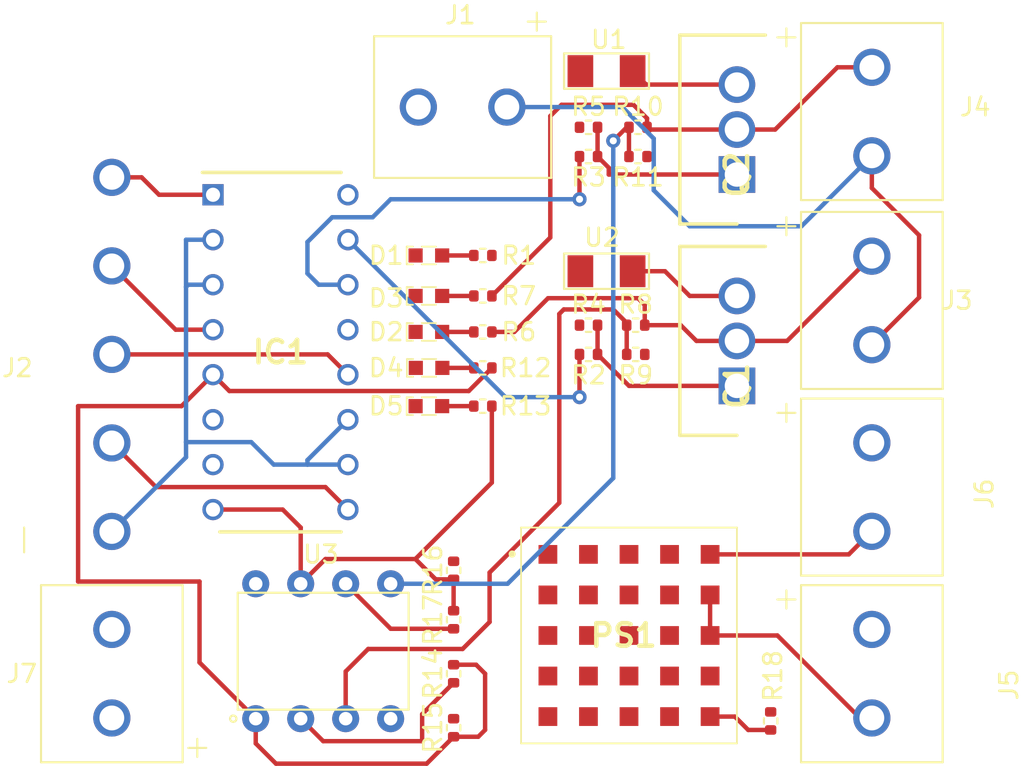
<source format=kicad_pcb>
(kicad_pcb (version 20171130) (host pcbnew "(5.1.10)-1")

  (general
    (thickness 1.6)
    (drawings 0)
    (tracks 150)
    (zones 0)
    (modules 37)
    (nets 33)
  )

  (page A4)
  (title_block
    (title KRTEK_V2)
    (rev V01)
    (comment 4 "Author: William Cottier")
  )

  (layers
    (0 F.Cu signal)
    (31 B.Cu signal)
    (32 B.Adhes user)
    (33 F.Adhes user hide)
    (34 B.Paste user)
    (35 F.Paste user)
    (36 B.SilkS user)
    (37 F.SilkS user)
    (38 B.Mask user)
    (39 F.Mask user)
    (40 Dwgs.User user)
    (41 Cmts.User user)
    (42 Eco1.User user)
    (43 Eco2.User user)
    (44 Edge.Cuts user)
    (45 Margin user)
    (46 B.CrtYd user)
    (47 F.CrtYd user)
    (48 B.Fab user)
    (49 F.Fab user)
  )

  (setup
    (last_trace_width 0.25)
    (trace_clearance 0.2)
    (zone_clearance 0.508)
    (zone_45_only no)
    (trace_min 0.2)
    (via_size 0.8)
    (via_drill 0.4)
    (via_min_size 0.4)
    (via_min_drill 0.3)
    (uvia_size 0.3)
    (uvia_drill 0.1)
    (uvias_allowed no)
    (uvia_min_size 0.2)
    (uvia_min_drill 0.1)
    (edge_width 0.05)
    (segment_width 0.2)
    (pcb_text_width 0.3)
    (pcb_text_size 1.5 1.5)
    (mod_edge_width 0.12)
    (mod_text_size 1 1)
    (mod_text_width 0.15)
    (pad_size 1.524 1.524)
    (pad_drill 0.762)
    (pad_to_mask_clearance 0)
    (aux_axis_origin 0 0)
    (visible_elements 7FFFFFFF)
    (pcbplotparams
      (layerselection 0x010fc_ffffffff)
      (usegerberextensions false)
      (usegerberattributes true)
      (usegerberadvancedattributes true)
      (creategerberjobfile true)
      (excludeedgelayer true)
      (linewidth 0.100000)
      (plotframeref false)
      (viasonmask false)
      (mode 1)
      (useauxorigin false)
      (hpglpennumber 1)
      (hpglpenspeed 20)
      (hpglpendiameter 15.000000)
      (psnegative false)
      (psa4output false)
      (plotreference true)
      (plotvalue true)
      (plotinvisibletext false)
      (padsonsilk false)
      (subtractmaskfromsilk false)
      (outputformat 1)
      (mirror false)
      (drillshape 1)
      (scaleselection 1)
      (outputdirectory ""))
  )

  (net 0 "")
  (net 1 "Net-(D1-Pad2)")
  (net 2 GND)
  (net 3 "Net-(D2-Pad2)")
  (net 4 "Net-(D3-Pad2)")
  (net 5 "Net-(D4-Pad2)")
  (net 6 "Net-(D5-Pad2)")
  (net 7 PYRO1IN)
  (net 8 GNDIN)
  (net 9 PYRO2IN)
  (net 10 BUZZ1)
  (net 11 BUZZ2)
  (net 12 BUZZ2IN)
  (net 13 BUZZ1IN)
  (net 14 VCC)
  (net 15 OPTO2)
  (net 16 OPTO1)
  (net 17 PYRO1)
  (net 18 PYRO2)
  (net 19 VINSERVO2)
  (net 20 VINSERVO1)
  (net 21 "Net-(PS1-PadE1)")
  (net 22 "Net-(PS1-PadE2)")
  (net 23 "Net-(PS1-PadE5)")
  (net 24 FUSE1)
  (net 25 "Net-(Q1-Pad1)")
  (net 26 "Net-(Q2-Pad1)")
  (net 27 FUSE2)
  (net 28 AMP1)
  (net 29 AMP2)
  (net 30 "Net-(R14-Pad1)")
  (net 31 "Net-(R17-Pad1)")
  (net 32 PYROTERMIN)

  (net_class Default "This is the default net class."
    (clearance 0.2)
    (trace_width 0.25)
    (via_dia 0.8)
    (via_drill 0.4)
    (uvia_dia 0.3)
    (uvia_drill 0.1)
    (add_net AMP1)
    (add_net AMP2)
    (add_net BUZZ1)
    (add_net BUZZ1IN)
    (add_net BUZZ2)
    (add_net BUZZ2IN)
    (add_net FUSE1)
    (add_net FUSE2)
    (add_net GND)
    (add_net GNDIN)
    (add_net "Net-(D1-Pad2)")
    (add_net "Net-(D2-Pad2)")
    (add_net "Net-(D3-Pad2)")
    (add_net "Net-(D4-Pad2)")
    (add_net "Net-(D5-Pad2)")
    (add_net "Net-(PS1-PadE1)")
    (add_net "Net-(PS1-PadE2)")
    (add_net "Net-(PS1-PadE5)")
    (add_net "Net-(Q1-Pad1)")
    (add_net "Net-(Q2-Pad1)")
    (add_net "Net-(R14-Pad1)")
    (add_net "Net-(R17-Pad1)")
    (add_net OPTO1)
    (add_net OPTO2)
    (add_net PYRO1)
    (add_net PYRO1IN)
    (add_net PYRO2)
    (add_net PYRO2IN)
    (add_net PYROTERMIN)
    (add_net VCC)
    (add_net VINSERVO1)
    (add_net VINSERVO2)
  )

  (module Resistor_SMD:R_0402_1005Metric (layer F.Cu) (tedit 5F68FEEE) (tstamp 617F58F4)
    (at 67.056 158.498 90)
    (descr "Resistor SMD 0402 (1005 Metric), square (rectangular) end terminal, IPC_7351 nominal, (Body size source: IPC-SM-782 page 72, https://www.pcb-3d.com/wordpress/wp-content/uploads/ipc-sm-782a_amendment_1_and_2.pdf), generated with kicad-footprint-generator")
    (tags resistor)
    (path /617A8D2B)
    (attr smd)
    (fp_text reference R14 (at 0 -1.17 90) (layer F.SilkS)
      (effects (font (size 1 1) (thickness 0.15)))
    )
    (fp_text value 10k (at 0 1.17 90) (layer F.Fab)
      (effects (font (size 1 1) (thickness 0.15)))
    )
    (fp_line (start 0.93 0.47) (end -0.93 0.47) (layer F.CrtYd) (width 0.05))
    (fp_line (start 0.93 -0.47) (end 0.93 0.47) (layer F.CrtYd) (width 0.05))
    (fp_line (start -0.93 -0.47) (end 0.93 -0.47) (layer F.CrtYd) (width 0.05))
    (fp_line (start -0.93 0.47) (end -0.93 -0.47) (layer F.CrtYd) (width 0.05))
    (fp_line (start -0.153641 0.38) (end 0.153641 0.38) (layer F.SilkS) (width 0.12))
    (fp_line (start -0.153641 -0.38) (end 0.153641 -0.38) (layer F.SilkS) (width 0.12))
    (fp_line (start 0.525 0.27) (end -0.525 0.27) (layer F.Fab) (width 0.1))
    (fp_line (start 0.525 -0.27) (end 0.525 0.27) (layer F.Fab) (width 0.1))
    (fp_line (start -0.525 -0.27) (end 0.525 -0.27) (layer F.Fab) (width 0.1))
    (fp_line (start -0.525 0.27) (end -0.525 -0.27) (layer F.Fab) (width 0.1))
    (fp_text user %R (at 0 0 90) (layer F.Fab)
      (effects (font (size 0.26 0.26) (thickness 0.04)))
    )
    (pad 2 smd roundrect (at 0.51 0 90) (size 0.54 0.64) (layers F.Cu F.Paste F.Mask) (roundrect_rratio 0.25)
      (net 10 BUZZ1))
    (pad 1 smd roundrect (at -0.51 0 90) (size 0.54 0.64) (layers F.Cu F.Paste F.Mask) (roundrect_rratio 0.25)
      (net 30 "Net-(R14-Pad1)"))
    (model ${KISYS3DMOD}/Resistor_SMD.3dshapes/R_0402_1005Metric.wrl
      (at (xyz 0 0 0))
      (scale (xyz 1 1 1))
      (rotate (xyz 0 0 0))
    )
  )

  (module Resistor_SMD:R_0402_1005Metric (layer F.Cu) (tedit 5F68FEEE) (tstamp 617F6747)
    (at 67.056 161.546 90)
    (descr "Resistor SMD 0402 (1005 Metric), square (rectangular) end terminal, IPC_7351 nominal, (Body size source: IPC-SM-782 page 72, https://www.pcb-3d.com/wordpress/wp-content/uploads/ipc-sm-782a_amendment_1_and_2.pdf), generated with kicad-footprint-generator")
    (tags resistor)
    (path /617A7F17)
    (attr smd)
    (fp_text reference R15 (at 0 -1.17 90) (layer F.SilkS)
      (effects (font (size 1 1) (thickness 0.15)))
    )
    (fp_text value 10k (at 0 1.17 90) (layer F.Fab)
      (effects (font (size 1 1) (thickness 0.15)))
    )
    (fp_line (start -0.525 0.27) (end -0.525 -0.27) (layer F.Fab) (width 0.1))
    (fp_line (start -0.525 -0.27) (end 0.525 -0.27) (layer F.Fab) (width 0.1))
    (fp_line (start 0.525 -0.27) (end 0.525 0.27) (layer F.Fab) (width 0.1))
    (fp_line (start 0.525 0.27) (end -0.525 0.27) (layer F.Fab) (width 0.1))
    (fp_line (start -0.153641 -0.38) (end 0.153641 -0.38) (layer F.SilkS) (width 0.12))
    (fp_line (start -0.153641 0.38) (end 0.153641 0.38) (layer F.SilkS) (width 0.12))
    (fp_line (start -0.93 0.47) (end -0.93 -0.47) (layer F.CrtYd) (width 0.05))
    (fp_line (start -0.93 -0.47) (end 0.93 -0.47) (layer F.CrtYd) (width 0.05))
    (fp_line (start 0.93 -0.47) (end 0.93 0.47) (layer F.CrtYd) (width 0.05))
    (fp_line (start 0.93 0.47) (end -0.93 0.47) (layer F.CrtYd) (width 0.05))
    (fp_text user %R (at 0 0 90) (layer F.Fab)
      (effects (font (size 0.26 0.26) (thickness 0.04)))
    )
    (pad 1 smd roundrect (at -0.51 0 90) (size 0.54 0.64) (layers F.Cu F.Paste F.Mask) (roundrect_rratio 0.25)
      (net 10 BUZZ1))
    (pad 2 smd roundrect (at 0.51 0 90) (size 0.54 0.64) (layers F.Cu F.Paste F.Mask) (roundrect_rratio 0.25)
      (net 2 GND))
    (model ${KISYS3DMOD}/Resistor_SMD.3dshapes/R_0402_1005Metric.wrl
      (at (xyz 0 0 0))
      (scale (xyz 1 1 1))
      (rotate (xyz 0 0 0))
    )
  )

  (module Resistor_SMD:R_0402_1005Metric (layer F.Cu) (tedit 5F68FEEE) (tstamp 617F5894)
    (at 67.056 152.656 90)
    (descr "Resistor SMD 0402 (1005 Metric), square (rectangular) end terminal, IPC_7351 nominal, (Body size source: IPC-SM-782 page 72, https://www.pcb-3d.com/wordpress/wp-content/uploads/ipc-sm-782a_amendment_1_and_2.pdf), generated with kicad-footprint-generator")
    (tags resistor)
    (path /61816C14)
    (attr smd)
    (fp_text reference R16 (at 0 -1.17 90) (layer F.SilkS)
      (effects (font (size 1 1) (thickness 0.15)))
    )
    (fp_text value 10k (at 0 1.17 90) (layer F.Fab)
      (effects (font (size 1 1) (thickness 0.15)))
    )
    (fp_line (start 0.93 0.47) (end -0.93 0.47) (layer F.CrtYd) (width 0.05))
    (fp_line (start 0.93 -0.47) (end 0.93 0.47) (layer F.CrtYd) (width 0.05))
    (fp_line (start -0.93 -0.47) (end 0.93 -0.47) (layer F.CrtYd) (width 0.05))
    (fp_line (start -0.93 0.47) (end -0.93 -0.47) (layer F.CrtYd) (width 0.05))
    (fp_line (start -0.153641 0.38) (end 0.153641 0.38) (layer F.SilkS) (width 0.12))
    (fp_line (start -0.153641 -0.38) (end 0.153641 -0.38) (layer F.SilkS) (width 0.12))
    (fp_line (start 0.525 0.27) (end -0.525 0.27) (layer F.Fab) (width 0.1))
    (fp_line (start 0.525 -0.27) (end 0.525 0.27) (layer F.Fab) (width 0.1))
    (fp_line (start -0.525 -0.27) (end 0.525 -0.27) (layer F.Fab) (width 0.1))
    (fp_line (start -0.525 0.27) (end -0.525 -0.27) (layer F.Fab) (width 0.1))
    (fp_text user %R (at 0 0 90) (layer F.Fab)
      (effects (font (size 0.26 0.26) (thickness 0.04)))
    )
    (pad 2 smd roundrect (at 0.51 0 90) (size 0.54 0.64) (layers F.Cu F.Paste F.Mask) (roundrect_rratio 0.25)
      (net 2 GND))
    (pad 1 smd roundrect (at -0.51 0 90) (size 0.54 0.64) (layers F.Cu F.Paste F.Mask) (roundrect_rratio 0.25)
      (net 11 BUZZ2))
    (model ${KISYS3DMOD}/Resistor_SMD.3dshapes/R_0402_1005Metric.wrl
      (at (xyz 0 0 0))
      (scale (xyz 1 1 1))
      (rotate (xyz 0 0 0))
    )
  )

  (module KRTEK_V2:AS358AP-PDIP-8 (layer F.Cu) (tedit 617BA18C) (tstamp 617F585A)
    (at 59.69 157.226)
    (path /617A35D3)
    (fp_text reference U3 (at -0.127 -5.469) (layer F.SilkS)
      (effects (font (size 1 1) (thickness 0.15)))
    )
    (fp_text value AS358AP (at -0.127 5.461) (layer F.Fab)
      (effects (font (size 1 1) (thickness 0.15)))
    )
    (fp_line (start 4.8 3.3) (end -4.8 3.3) (layer F.Fab) (width 0.12))
    (fp_line (start -4.8 -3.3) (end 4.8 -3.3) (layer F.Fab) (width 0.12))
    (fp_line (start 4.8 3.3) (end 4.8 -3.3) (layer F.Fab) (width 0.12))
    (fp_line (start -4.8 3.3) (end -4.8 -3.3) (layer F.Fab) (width 0.12))
    (fp_line (start 4.826 3.302) (end -4.826 3.302) (layer F.SilkS) (width 0.12))
    (fp_line (start 4.826 -3.302) (end 4.826 3.302) (layer F.SilkS) (width 0.12))
    (fp_line (start -4.826 -3.302) (end 4.826 -3.302) (layer F.SilkS) (width 0.12))
    (fp_line (start -4.826 3.302) (end -4.826 -3.302) (layer F.SilkS) (width 0.12))
    (fp_circle (center -5.08 3.81) (end -4.953 3.683) (layer F.SilkS) (width 0.12))
    (fp_arc (start -4.8 0) (end -4.8 -1) (angle 180) (layer F.Fab) (width 0.12))
    (pad 1 thru_hole circle (at -3.81 3.81) (size 1.524 1.524) (drill 0.762) (layers *.Cu *.Mask)
      (net 10 BUZZ1))
    (pad 2 thru_hole circle (at -1.27 3.81) (size 1.524 1.524) (drill 0.762) (layers *.Cu *.Mask)
      (net 30 "Net-(R14-Pad1)"))
    (pad 3 thru_hole circle (at 1.27 3.81) (size 1.524 1.524) (drill 0.762) (layers *.Cu *.Mask)
      (net 28 AMP1))
    (pad 4 thru_hole circle (at 3.81 3.81) (size 1.524 1.524) (drill 0.762) (layers *.Cu *.Mask)
      (net 2 GND))
    (pad 5 thru_hole circle (at 3.81 -3.81) (size 1.524 1.524) (drill 0.762) (layers *.Cu *.Mask)
      (net 29 AMP2))
    (pad 6 thru_hole circle (at 1.27 -3.81) (size 1.524 1.524) (drill 0.762) (layers *.Cu *.Mask)
      (net 31 "Net-(R17-Pad1)"))
    (pad 7 thru_hole circle (at -1.27 -3.81) (size 1.524 1.524) (drill 0.762) (layers *.Cu *.Mask)
      (net 11 BUZZ2))
    (pad 8 thru_hole circle (at -3.81 -3.81) (size 1.524 1.524) (drill 0.762) (layers *.Cu *.Mask)
      (net 14 VCC))
  )

  (module Resistor_SMD:R_0402_1005Metric (layer F.Cu) (tedit 5F68FEEE) (tstamp 617F5825)
    (at 67.056 155.448 90)
    (descr "Resistor SMD 0402 (1005 Metric), square (rectangular) end terminal, IPC_7351 nominal, (Body size source: IPC-SM-782 page 72, https://www.pcb-3d.com/wordpress/wp-content/uploads/ipc-sm-782a_amendment_1_and_2.pdf), generated with kicad-footprint-generator")
    (tags resistor)
    (path /6181602B)
    (attr smd)
    (fp_text reference R17 (at 0 -1.17 90) (layer F.SilkS)
      (effects (font (size 1 1) (thickness 0.15)))
    )
    (fp_text value 10k (at 0 1.17 90) (layer F.Fab)
      (effects (font (size 1 1) (thickness 0.15)))
    )
    (fp_line (start -0.525 0.27) (end -0.525 -0.27) (layer F.Fab) (width 0.1))
    (fp_line (start -0.525 -0.27) (end 0.525 -0.27) (layer F.Fab) (width 0.1))
    (fp_line (start 0.525 -0.27) (end 0.525 0.27) (layer F.Fab) (width 0.1))
    (fp_line (start 0.525 0.27) (end -0.525 0.27) (layer F.Fab) (width 0.1))
    (fp_line (start -0.153641 -0.38) (end 0.153641 -0.38) (layer F.SilkS) (width 0.12))
    (fp_line (start -0.153641 0.38) (end 0.153641 0.38) (layer F.SilkS) (width 0.12))
    (fp_line (start -0.93 0.47) (end -0.93 -0.47) (layer F.CrtYd) (width 0.05))
    (fp_line (start -0.93 -0.47) (end 0.93 -0.47) (layer F.CrtYd) (width 0.05))
    (fp_line (start 0.93 -0.47) (end 0.93 0.47) (layer F.CrtYd) (width 0.05))
    (fp_line (start 0.93 0.47) (end -0.93 0.47) (layer F.CrtYd) (width 0.05))
    (fp_text user %R (at 0 0 90) (layer F.Fab)
      (effects (font (size 0.26 0.26) (thickness 0.04)))
    )
    (pad 1 smd roundrect (at -0.51 0 90) (size 0.54 0.64) (layers F.Cu F.Paste F.Mask) (roundrect_rratio 0.25)
      (net 31 "Net-(R17-Pad1)"))
    (pad 2 smd roundrect (at 0.51 0 90) (size 0.54 0.64) (layers F.Cu F.Paste F.Mask) (roundrect_rratio 0.25)
      (net 11 BUZZ2))
    (model ${KISYS3DMOD}/Resistor_SMD.3dshapes/R_0402_1005Metric.wrl
      (at (xyz 0 0 0))
      (scale (xyz 1 1 1))
      (rotate (xyz 0 0 0))
    )
  )

  (module digikey-footprints:LED_2-SMD_No_Lead_1.7x0.8mm (layer F.Cu) (tedit 5D2891B4) (tstamp 617F2DC7)
    (at 65.659 134.874)
    (path /617961E0)
    (attr smd)
    (fp_text reference D1 (at -2.413 0) (layer F.SilkS)
      (effects (font (size 1 1) (thickness 0.15)))
    )
    (fp_text value RED (at 0 0) (layer F.Fab)
      (effects (font (size 1 1) (thickness 0.15)))
    )
    (fp_line (start -0.9 -0.5) (end -1.2 -0.5) (layer F.SilkS) (width 0.1))
    (fp_line (start -1.2 -0.5) (end -1.25 -0.5) (layer F.SilkS) (width 0.1))
    (fp_line (start -1.25 -0.5) (end -1.25 0.5) (layer F.SilkS) (width 0.1))
    (fp_line (start -1.25 0.5) (end -0.9 0.5) (layer F.SilkS) (width 0.1))
    (fp_line (start -1.4 -0.65) (end -1.4 0.65) (layer F.CrtYd) (width 0.05))
    (fp_line (start 1.4 0.65) (end -1.4 0.65) (layer F.CrtYd) (width 0.05))
    (fp_line (start 1.4 -0.65) (end -1.4 -0.65) (layer F.CrtYd) (width 0.05))
    (fp_line (start 1.4 -0.65) (end 1.4 0.65) (layer F.CrtYd) (width 0.05))
    (fp_line (start -0.4 0.5) (end 0.4 0.5) (layer F.SilkS) (width 0.1))
    (fp_line (start -0.4 -0.5) (end 0.4 -0.5) (layer F.SilkS) (width 0.1))
    (fp_line (start -0.85 0.4) (end -0.85 -0.4) (layer F.Fab) (width 0.1))
    (fp_line (start 0.85 -0.4) (end 0.85 0.4) (layer F.Fab) (width 0.1))
    (fp_line (start -0.85 -0.4) (end 0.85 -0.4) (layer F.Fab) (width 0.1))
    (fp_line (start -0.85 0.4) (end 0.85 0.4) (layer F.Fab) (width 0.1))
    (fp_text user %R (at 0 0) (layer F.Fab)
      (effects (font (size 0.25 0.25) (thickness 0.025)))
    )
    (pad 2 smd rect (at 0.75 0) (size 0.8 0.8) (layers F.Cu F.Paste F.Mask)
      (net 1 "Net-(D1-Pad2)"))
    (pad 1 smd rect (at -0.75 0) (size 0.8 0.8) (layers F.Cu F.Paste F.Mask)
      (net 2 GND))
  )

  (module digikey-footprints:LED_2-SMD_No_Lead_1.7x0.8mm (layer F.Cu) (tedit 5D2891B4) (tstamp 617F8301)
    (at 65.659 139.192)
    (path /6179E3D0)
    (attr smd)
    (fp_text reference D2 (at -2.413 0) (layer F.SilkS)
      (effects (font (size 1 1) (thickness 0.15)))
    )
    (fp_text value YELLOW (at -0.762 0) (layer F.Fab)
      (effects (font (size 1 1) (thickness 0.15)))
    )
    (fp_line (start -0.85 0.4) (end 0.85 0.4) (layer F.Fab) (width 0.1))
    (fp_line (start -0.85 -0.4) (end 0.85 -0.4) (layer F.Fab) (width 0.1))
    (fp_line (start 0.85 -0.4) (end 0.85 0.4) (layer F.Fab) (width 0.1))
    (fp_line (start -0.85 0.4) (end -0.85 -0.4) (layer F.Fab) (width 0.1))
    (fp_line (start -0.4 -0.5) (end 0.4 -0.5) (layer F.SilkS) (width 0.1))
    (fp_line (start -0.4 0.5) (end 0.4 0.5) (layer F.SilkS) (width 0.1))
    (fp_line (start 1.4 -0.65) (end 1.4 0.65) (layer F.CrtYd) (width 0.05))
    (fp_line (start 1.4 -0.65) (end -1.4 -0.65) (layer F.CrtYd) (width 0.05))
    (fp_line (start 1.4 0.65) (end -1.4 0.65) (layer F.CrtYd) (width 0.05))
    (fp_line (start -1.4 -0.65) (end -1.4 0.65) (layer F.CrtYd) (width 0.05))
    (fp_line (start -1.25 0.5) (end -0.9 0.5) (layer F.SilkS) (width 0.1))
    (fp_line (start -1.25 -0.5) (end -1.25 0.5) (layer F.SilkS) (width 0.1))
    (fp_line (start -1.2 -0.5) (end -1.25 -0.5) (layer F.SilkS) (width 0.1))
    (fp_line (start -0.9 -0.5) (end -1.2 -0.5) (layer F.SilkS) (width 0.1))
    (fp_text user %R (at 0 0) (layer F.Fab)
      (effects (font (size 0.25 0.25) (thickness 0.025)))
    )
    (pad 1 smd rect (at -0.75 0) (size 0.8 0.8) (layers F.Cu F.Paste F.Mask)
      (net 2 GND))
    (pad 2 smd rect (at 0.75 0) (size 0.8 0.8) (layers F.Cu F.Paste F.Mask)
      (net 3 "Net-(D2-Pad2)"))
  )

  (module digikey-footprints:LED_2-SMD_No_Lead_1.7x0.8mm (layer F.Cu) (tedit 5D2891B4) (tstamp 617F7841)
    (at 65.659 137.16)
    (path /617A26DA)
    (attr smd)
    (fp_text reference D3 (at -2.413 0.127) (layer F.SilkS)
      (effects (font (size 1 1) (thickness 0.15)))
    )
    (fp_text value YELLOW (at -0.508 0) (layer F.Fab)
      (effects (font (size 1 1) (thickness 0.15)))
    )
    (fp_line (start -0.9 -0.5) (end -1.2 -0.5) (layer F.SilkS) (width 0.1))
    (fp_line (start -1.2 -0.5) (end -1.25 -0.5) (layer F.SilkS) (width 0.1))
    (fp_line (start -1.25 -0.5) (end -1.25 0.5) (layer F.SilkS) (width 0.1))
    (fp_line (start -1.25 0.5) (end -0.9 0.5) (layer F.SilkS) (width 0.1))
    (fp_line (start -1.4 -0.65) (end -1.4 0.65) (layer F.CrtYd) (width 0.05))
    (fp_line (start 1.4 0.65) (end -1.4 0.65) (layer F.CrtYd) (width 0.05))
    (fp_line (start 1.4 -0.65) (end -1.4 -0.65) (layer F.CrtYd) (width 0.05))
    (fp_line (start 1.4 -0.65) (end 1.4 0.65) (layer F.CrtYd) (width 0.05))
    (fp_line (start -0.4 0.5) (end 0.4 0.5) (layer F.SilkS) (width 0.1))
    (fp_line (start -0.4 -0.5) (end 0.4 -0.5) (layer F.SilkS) (width 0.1))
    (fp_line (start -0.85 0.4) (end -0.85 -0.4) (layer F.Fab) (width 0.1))
    (fp_line (start 0.85 -0.4) (end 0.85 0.4) (layer F.Fab) (width 0.1))
    (fp_line (start -0.85 -0.4) (end 0.85 -0.4) (layer F.Fab) (width 0.1))
    (fp_line (start -0.85 0.4) (end 0.85 0.4) (layer F.Fab) (width 0.1))
    (fp_text user %R (at 0 0) (layer F.Fab)
      (effects (font (size 0.25 0.25) (thickness 0.025)))
    )
    (pad 2 smd rect (at 0.75 0) (size 0.8 0.8) (layers F.Cu F.Paste F.Mask)
      (net 4 "Net-(D3-Pad2)"))
    (pad 1 smd rect (at -0.75 0) (size 0.8 0.8) (layers F.Cu F.Paste F.Mask)
      (net 2 GND))
  )

  (module digikey-footprints:LED_2-SMD_No_Lead_1.7x0.8mm (layer F.Cu) (tedit 5D2891B4) (tstamp 617F391D)
    (at 65.671 141.224)
    (path /617A4E03)
    (attr smd)
    (fp_text reference D4 (at -2.425 0) (layer F.SilkS)
      (effects (font (size 1 1) (thickness 0.15)))
    )
    (fp_text value GREEN (at -0.52 0) (layer F.Fab)
      (effects (font (size 1 1) (thickness 0.15)))
    )
    (fp_line (start -0.85 0.4) (end 0.85 0.4) (layer F.Fab) (width 0.1))
    (fp_line (start -0.85 -0.4) (end 0.85 -0.4) (layer F.Fab) (width 0.1))
    (fp_line (start 0.85 -0.4) (end 0.85 0.4) (layer F.Fab) (width 0.1))
    (fp_line (start -0.85 0.4) (end -0.85 -0.4) (layer F.Fab) (width 0.1))
    (fp_line (start -0.4 -0.5) (end 0.4 -0.5) (layer F.SilkS) (width 0.1))
    (fp_line (start -0.4 0.5) (end 0.4 0.5) (layer F.SilkS) (width 0.1))
    (fp_line (start 1.4 -0.65) (end 1.4 0.65) (layer F.CrtYd) (width 0.05))
    (fp_line (start 1.4 -0.65) (end -1.4 -0.65) (layer F.CrtYd) (width 0.05))
    (fp_line (start 1.4 0.65) (end -1.4 0.65) (layer F.CrtYd) (width 0.05))
    (fp_line (start -1.4 -0.65) (end -1.4 0.65) (layer F.CrtYd) (width 0.05))
    (fp_line (start -1.25 0.5) (end -0.9 0.5) (layer F.SilkS) (width 0.1))
    (fp_line (start -1.25 -0.5) (end -1.25 0.5) (layer F.SilkS) (width 0.1))
    (fp_line (start -1.2 -0.5) (end -1.25 -0.5) (layer F.SilkS) (width 0.1))
    (fp_line (start -0.9 -0.5) (end -1.2 -0.5) (layer F.SilkS) (width 0.1))
    (fp_text user %R (at 0 0) (layer F.Fab)
      (effects (font (size 0.25 0.25) (thickness 0.025)))
    )
    (pad 1 smd rect (at -0.75 0) (size 0.8 0.8) (layers F.Cu F.Paste F.Mask)
      (net 2 GND))
    (pad 2 smd rect (at 0.75 0) (size 0.8 0.8) (layers F.Cu F.Paste F.Mask)
      (net 5 "Net-(D4-Pad2)"))
  )

  (module digikey-footprints:LED_2-SMD_No_Lead_1.7x0.8mm (layer F.Cu) (tedit 5D2891B4) (tstamp 617F3983)
    (at 65.659 143.383)
    (path /617A9A0E)
    (attr smd)
    (fp_text reference D5 (at -2.413 0) (layer F.SilkS)
      (effects (font (size 1 1) (thickness 0.15)))
    )
    (fp_text value GREEN (at 0.381 0) (layer F.Fab)
      (effects (font (size 1 1) (thickness 0.15)))
    )
    (fp_line (start -0.9 -0.5) (end -1.2 -0.5) (layer F.SilkS) (width 0.1))
    (fp_line (start -1.2 -0.5) (end -1.25 -0.5) (layer F.SilkS) (width 0.1))
    (fp_line (start -1.25 -0.5) (end -1.25 0.5) (layer F.SilkS) (width 0.1))
    (fp_line (start -1.25 0.5) (end -0.9 0.5) (layer F.SilkS) (width 0.1))
    (fp_line (start -1.4 -0.65) (end -1.4 0.65) (layer F.CrtYd) (width 0.05))
    (fp_line (start 1.4 0.65) (end -1.4 0.65) (layer F.CrtYd) (width 0.05))
    (fp_line (start 1.4 -0.65) (end -1.4 -0.65) (layer F.CrtYd) (width 0.05))
    (fp_line (start 1.4 -0.65) (end 1.4 0.65) (layer F.CrtYd) (width 0.05))
    (fp_line (start -0.4 0.5) (end 0.4 0.5) (layer F.SilkS) (width 0.1))
    (fp_line (start -0.4 -0.5) (end 0.4 -0.5) (layer F.SilkS) (width 0.1))
    (fp_line (start -0.85 0.4) (end -0.85 -0.4) (layer F.Fab) (width 0.1))
    (fp_line (start 0.85 -0.4) (end 0.85 0.4) (layer F.Fab) (width 0.1))
    (fp_line (start -0.85 -0.4) (end 0.85 -0.4) (layer F.Fab) (width 0.1))
    (fp_line (start -0.85 0.4) (end 0.85 0.4) (layer F.Fab) (width 0.1))
    (fp_text user %R (at 0 0) (layer F.Fab)
      (effects (font (size 0.25 0.25) (thickness 0.025)))
    )
    (pad 2 smd rect (at 0.75 0) (size 0.8 0.8) (layers F.Cu F.Paste F.Mask)
      (net 6 "Net-(D5-Pad2)"))
    (pad 1 smd rect (at -0.75 0) (size 0.8 0.8) (layers F.Cu F.Paste F.Mask)
      (net 2 GND))
  )

  (module SamacSys_Parts:DIP762W60P254L2030H430Q16N (layer F.Cu) (tedit 0) (tstamp 617F4F0A)
    (at 57.277 140.335)
    (descr DIP-16_1)
    (tags "Integrated Circuit")
    (path /617AB743)
    (fp_text reference IC1 (at 0 0) (layer F.SilkS)
      (effects (font (size 1.27 1.27) (thickness 0.254)))
    )
    (fp_text value ILQ30 (at 0 0) (layer F.SilkS) hide
      (effects (font (size 1.27 1.27) (thickness 0.254)))
    )
    (fp_line (start -4.66 -10.4) (end 4.66 -10.4) (layer F.CrtYd) (width 0.05))
    (fp_line (start 4.66 -10.4) (end 4.66 10.4) (layer F.CrtYd) (width 0.05))
    (fp_line (start 4.66 10.4) (end -4.66 10.4) (layer F.CrtYd) (width 0.05))
    (fp_line (start -4.66 10.4) (end -4.66 -10.4) (layer F.CrtYd) (width 0.05))
    (fp_line (start -3.425 -10.15) (end 3.425 -10.15) (layer F.Fab) (width 0.1))
    (fp_line (start 3.425 -10.15) (end 3.425 10.15) (layer F.Fab) (width 0.1))
    (fp_line (start 3.425 10.15) (end -3.425 10.15) (layer F.Fab) (width 0.1))
    (fp_line (start -3.425 10.15) (end -3.425 -10.15) (layer F.Fab) (width 0.1))
    (fp_line (start -3.425 -8.88) (end -2.155 -10.15) (layer F.Fab) (width 0.1))
    (fp_line (start -4.41 -10.15) (end 3.425 -10.15) (layer F.SilkS) (width 0.2))
    (fp_line (start -3.425 10.15) (end 3.425 10.15) (layer F.SilkS) (width 0.2))
    (fp_text user %R (at 0 0) (layer F.Fab)
      (effects (font (size 1.27 1.27) (thickness 0.254)))
    )
    (pad 1 thru_hole rect (at -3.81 -8.89) (size 1.2 1.2) (drill 0.8) (layers *.Cu *.Mask)
      (net 7 PYRO1IN))
    (pad 2 thru_hole circle (at -3.81 -6.35) (size 1.2 1.2) (drill 0.8) (layers *.Cu *.Mask)
      (net 8 GNDIN))
    (pad 3 thru_hole circle (at -3.81 -3.81) (size 1.2 1.2) (drill 0.8) (layers *.Cu *.Mask)
      (net 8 GNDIN))
    (pad 4 thru_hole circle (at -3.81 -1.27) (size 1.2 1.2) (drill 0.8) (layers *.Cu *.Mask)
      (net 9 PYRO2IN))
    (pad 5 thru_hole circle (at -3.81 1.27) (size 1.2 1.2) (drill 0.8) (layers *.Cu *.Mask)
      (net 10 BUZZ1))
    (pad 6 thru_hole circle (at -3.81 3.81) (size 1.2 1.2) (drill 0.8) (layers *.Cu *.Mask)
      (net 2 GND))
    (pad 7 thru_hole circle (at -3.81 6.35) (size 1.2 1.2) (drill 0.8) (layers *.Cu *.Mask)
      (net 2 GND))
    (pad 8 thru_hole circle (at -3.81 8.89) (size 1.2 1.2) (drill 0.8) (layers *.Cu *.Mask)
      (net 11 BUZZ2))
    (pad 9 thru_hole circle (at 3.81 8.89) (size 1.2 1.2) (drill 0.8) (layers *.Cu *.Mask)
      (net 12 BUZZ2IN))
    (pad 10 thru_hole circle (at 3.81 6.35) (size 1.2 1.2) (drill 0.8) (layers *.Cu *.Mask)
      (net 8 GNDIN))
    (pad 11 thru_hole circle (at 3.81 3.81) (size 1.2 1.2) (drill 0.8) (layers *.Cu *.Mask)
      (net 8 GNDIN))
    (pad 12 thru_hole circle (at 3.81 1.27) (size 1.2 1.2) (drill 0.8) (layers *.Cu *.Mask)
      (net 13 BUZZ1IN))
    (pad 13 thru_hole circle (at 3.81 -1.27) (size 1.2 1.2) (drill 0.8) (layers *.Cu *.Mask)
      (net 14 VCC))
    (pad 14 thru_hole circle (at 3.81 -3.81) (size 1.2 1.2) (drill 0.8) (layers *.Cu *.Mask)
      (net 15 OPTO2))
    (pad 15 thru_hole circle (at 3.81 -6.35) (size 1.2 1.2) (drill 0.8) (layers *.Cu *.Mask)
      (net 16 OPTO1))
    (pad 16 thru_hole circle (at 3.81 -8.89) (size 1.2 1.2) (drill 0.8) (layers *.Cu *.Mask)
      (net 14 VCC))
    (model "C:\\Users\\willi\\Desktop\\ERT SE\\PDS KRTEK V2\\PCB\\SamacSys_Parts.3dshapes\\ILQ30.stp"
      (at (xyz 0 0 0))
      (scale (xyz 1 1 1))
      (rotate (xyz 0 0 0))
    )
  )

  (module KRTEK_V2:TerminalBlock2 (layer F.Cu) (tedit 617BA5C3) (tstamp 617F6BC5)
    (at 67.564 126.492 180)
    (path /6182350E)
    (fp_text reference J1 (at 0.127 5.199) (layer F.SilkS)
      (effects (font (size 1 1) (thickness 0.15)))
    )
    (fp_text value Arm (at 0 0 90) (layer F.Fab)
      (effects (font (size 1 1) (thickness 0.15)))
    )
    (fp_line (start 5 4) (end 5 -4) (layer F.Fab) (width 0.12))
    (fp_line (start -5 4) (end -5 -4) (layer F.Fab) (width 0.12))
    (fp_line (start -5 -4) (end 5 -4) (layer F.Fab) (width 0.12))
    (fp_line (start -5 4) (end 5 4) (layer F.Fab) (width 0.12))
    (fp_line (start -5 4) (end -5 -4) (layer F.SilkS) (width 0.12))
    (fp_line (start 5 4) (end 5 -4) (layer F.SilkS) (width 0.12))
    (fp_line (start -5 -4) (end 5 -4) (layer F.SilkS) (width 0.12))
    (fp_line (start -5 4) (end 5 4) (layer F.SilkS) (width 0.12))
    (fp_line (start -4.191 4.318) (end -4.191 5.334) (layer F.SilkS) (width 0.12))
    (fp_line (start -4.699 4.826) (end -3.683 4.826) (layer F.SilkS) (width 0.12))
    (pad 1 thru_hole circle (at -2.5 0 180) (size 2.1 2.1) (drill 1.4) (layers *.Cu *.Mask)
      (net 32 PYROTERMIN))
    (pad 2 thru_hole circle (at 2.5 0 180) (size 2.1 2.1) (drill 1.4) (layers *.Cu *.Mask)
      (net 14 VCC))
  )

  (module KRTEK_V2:TerminalBlock5 (layer F.Cu) (tedit 617BA73B) (tstamp 617F5346)
    (at 47.752 140.462 270)
    (path /617FF29B)
    (fp_text reference J2 (at 0.762 5.334 180) (layer F.SilkS)
      (effects (font (size 1 1) (thickness 0.15)))
    )
    (fp_text value EXTIN (at 2.54 0 180) (layer F.Fab)
      (effects (font (size 1 1) (thickness 0.15)))
    )
    (fp_line (start -12.5 4) (end -12.5 -4) (layer F.Fab) (width 0.12))
    (fp_line (start 12.5 4) (end 12.5 -4) (layer F.Fab) (width 0.12))
    (fp_line (start -12.5 -4) (end 12.5 -4) (layer F.Fab) (width 0.12))
    (fp_line (start -12.5 4) (end 12.5 4) (layer F.Fab) (width 0.12))
    (fp_line (start 9.779 4.953) (end 11.176 4.953) (layer F.SilkS) (width 0.12))
    (pad 1 thru_hole circle (at -10 0 270) (size 2.1 2.1) (drill 1.4) (layers *.Cu *.Mask)
      (net 7 PYRO1IN))
    (pad 2 thru_hole circle (at -5 0 270) (size 2.1 2.1) (drill 1.4) (layers *.Cu *.Mask)
      (net 9 PYRO2IN))
    (pad 3 thru_hole circle (at 0 0 270) (size 2.1 2.1) (drill 1.4) (layers *.Cu *.Mask)
      (net 13 BUZZ1IN))
    (pad 4 thru_hole circle (at 5 0 270) (size 2.1 2.1) (drill 1.4) (layers *.Cu *.Mask)
      (net 12 BUZZ2IN))
    (pad 5 thru_hole circle (at 10 0 270) (size 2.1 2.1) (drill 1.4) (layers *.Cu *.Mask)
      (net 8 GNDIN))
  )

  (module KRTEK_V2:TerminalBlock2 (layer F.Cu) (tedit 617BA5C3) (tstamp 617F2E69)
    (at 90.678 137.414 270)
    (path /61851C60)
    (fp_text reference J3 (at 0 -4.826 180) (layer F.SilkS)
      (effects (font (size 1 1) (thickness 0.15)))
    )
    (fp_text value Pyro1 (at 0.254 0 180) (layer F.Fab)
      (effects (font (size 1 1) (thickness 0.15)))
    )
    (fp_line (start -4.699 4.826) (end -3.683 4.826) (layer F.SilkS) (width 0.12))
    (fp_line (start -4.191 4.318) (end -4.191 5.334) (layer F.SilkS) (width 0.12))
    (fp_line (start -5 4) (end 5 4) (layer F.SilkS) (width 0.12))
    (fp_line (start -5 -4) (end 5 -4) (layer F.SilkS) (width 0.12))
    (fp_line (start 5 4) (end 5 -4) (layer F.SilkS) (width 0.12))
    (fp_line (start -5 4) (end -5 -4) (layer F.SilkS) (width 0.12))
    (fp_line (start -5 4) (end 5 4) (layer F.Fab) (width 0.12))
    (fp_line (start -5 -4) (end 5 -4) (layer F.Fab) (width 0.12))
    (fp_line (start -5 4) (end -5 -4) (layer F.Fab) (width 0.12))
    (fp_line (start 5 4) (end 5 -4) (layer F.Fab) (width 0.12))
    (pad 2 thru_hole circle (at 2.5 0 270) (size 2.1 2.1) (drill 1.4) (layers *.Cu *.Mask)
      (net 32 PYROTERMIN))
    (pad 1 thru_hole circle (at -2.5 0 270) (size 2.1 2.1) (drill 1.4) (layers *.Cu *.Mask)
      (net 17 PYRO1))
  )

  (module KRTEK_V2:TerminalBlock2 (layer F.Cu) (tedit 617BA5C3) (tstamp 617F6ABE)
    (at 90.678 126.746 270)
    (path /6185C149)
    (fp_text reference J4 (at -0.254 -5.842 180) (layer F.SilkS)
      (effects (font (size 1 1) (thickness 0.15)))
    )
    (fp_text value Pyro2 (at 0.254 0 180) (layer F.Fab)
      (effects (font (size 1 1) (thickness 0.15)))
    )
    (fp_line (start 5 4) (end 5 -4) (layer F.Fab) (width 0.12))
    (fp_line (start -5 4) (end -5 -4) (layer F.Fab) (width 0.12))
    (fp_line (start -5 -4) (end 5 -4) (layer F.Fab) (width 0.12))
    (fp_line (start -5 4) (end 5 4) (layer F.Fab) (width 0.12))
    (fp_line (start -5 4) (end -5 -4) (layer F.SilkS) (width 0.12))
    (fp_line (start 5 4) (end 5 -4) (layer F.SilkS) (width 0.12))
    (fp_line (start -5 -4) (end 5 -4) (layer F.SilkS) (width 0.12))
    (fp_line (start -5 4) (end 5 4) (layer F.SilkS) (width 0.12))
    (fp_line (start -4.191 4.318) (end -4.191 5.334) (layer F.SilkS) (width 0.12))
    (fp_line (start -4.699 4.826) (end -3.683 4.826) (layer F.SilkS) (width 0.12))
    (pad 1 thru_hole circle (at -2.5 0 270) (size 2.1 2.1) (drill 1.4) (layers *.Cu *.Mask)
      (net 18 PYRO2))
    (pad 2 thru_hole circle (at 2.5 0 270) (size 2.1 2.1) (drill 1.4) (layers *.Cu *.Mask)
      (net 32 PYROTERMIN))
  )

  (module KRTEK_V2:TerminalBlock2 (layer F.Cu) (tedit 617BA5C3) (tstamp 617F2E89)
    (at 90.678 158.496 270)
    (path /61920D08)
    (fp_text reference J5 (at 0.635 -7.747 90) (layer F.SilkS)
      (effects (font (size 1 1) (thickness 0.15)))
    )
    (fp_text value Servo2 (at 0 0 180) (layer F.Fab)
      (effects (font (size 1 1) (thickness 0.15)))
    )
    (fp_line (start -4.699 4.826) (end -3.683 4.826) (layer F.SilkS) (width 0.12))
    (fp_line (start -4.191 4.318) (end -4.191 5.334) (layer F.SilkS) (width 0.12))
    (fp_line (start -5 4) (end 5 4) (layer F.SilkS) (width 0.12))
    (fp_line (start -5 -4) (end 5 -4) (layer F.SilkS) (width 0.12))
    (fp_line (start 5 4) (end 5 -4) (layer F.SilkS) (width 0.12))
    (fp_line (start -5 4) (end -5 -4) (layer F.SilkS) (width 0.12))
    (fp_line (start -5 4) (end 5 4) (layer F.Fab) (width 0.12))
    (fp_line (start -5 -4) (end 5 -4) (layer F.Fab) (width 0.12))
    (fp_line (start -5 4) (end -5 -4) (layer F.Fab) (width 0.12))
    (fp_line (start 5 4) (end 5 -4) (layer F.Fab) (width 0.12))
    (pad 2 thru_hole circle (at 2.5 0 270) (size 2.1 2.1) (drill 1.4) (layers *.Cu *.Mask)
      (net 19 VINSERVO2))
    (pad 1 thru_hole circle (at -2.5 0 270) (size 2.1 2.1) (drill 1.4) (layers *.Cu *.Mask)
      (net 2 GND))
  )

  (module KRTEK_V2:TerminalBlock2 (layer F.Cu) (tedit 617BA5C3) (tstamp 617FCCD4)
    (at 90.678 147.955 270)
    (path /618FD0F6)
    (fp_text reference J6 (at 0.381 -6.35 90) (layer F.SilkS)
      (effects (font (size 1 1) (thickness 0.15)))
    )
    (fp_text value Servo1 (at 0 -0.254 180) (layer F.Fab)
      (effects (font (size 1 1) (thickness 0.15)))
    )
    (fp_line (start 5 4) (end 5 -4) (layer F.Fab) (width 0.12))
    (fp_line (start -5 4) (end -5 -4) (layer F.Fab) (width 0.12))
    (fp_line (start -5 -4) (end 5 -4) (layer F.Fab) (width 0.12))
    (fp_line (start -5 4) (end 5 4) (layer F.Fab) (width 0.12))
    (fp_line (start -5 4) (end -5 -4) (layer F.SilkS) (width 0.12))
    (fp_line (start 5 4) (end 5 -4) (layer F.SilkS) (width 0.12))
    (fp_line (start -5 -4) (end 5 -4) (layer F.SilkS) (width 0.12))
    (fp_line (start -5 4) (end 5 4) (layer F.SilkS) (width 0.12))
    (fp_line (start -4.191 4.318) (end -4.191 5.334) (layer F.SilkS) (width 0.12))
    (fp_line (start -4.699 4.826) (end -3.683 4.826) (layer F.SilkS) (width 0.12))
    (pad 1 thru_hole circle (at -2.5 0 270) (size 2.1 2.1) (drill 1.4) (layers *.Cu *.Mask)
      (net 2 GND))
    (pad 2 thru_hole circle (at 2.5 0 270) (size 2.1 2.1) (drill 1.4) (layers *.Cu *.Mask)
      (net 20 VINSERVO1))
  )

  (module KRTEK_V2:TerminalBlock2 (layer F.Cu) (tedit 617BA5C3) (tstamp 617F550F)
    (at 47.752 158.496 90)
    (path /61873605)
    (fp_text reference J7 (at 0 -5.08 180) (layer F.SilkS)
      (effects (font (size 1 1) (thickness 0.15)))
    )
    (fp_text value Batt (at 0 0 180) (layer F.Fab)
      (effects (font (size 1 1) (thickness 0.15)))
    )
    (fp_line (start -4.699 4.826) (end -3.683 4.826) (layer F.SilkS) (width 0.12))
    (fp_line (start -4.191 4.318) (end -4.191 5.334) (layer F.SilkS) (width 0.12))
    (fp_line (start -5 4) (end 5 4) (layer F.SilkS) (width 0.12))
    (fp_line (start -5 -4) (end 5 -4) (layer F.SilkS) (width 0.12))
    (fp_line (start 5 4) (end 5 -4) (layer F.SilkS) (width 0.12))
    (fp_line (start -5 4) (end -5 -4) (layer F.SilkS) (width 0.12))
    (fp_line (start -5 4) (end 5 4) (layer F.Fab) (width 0.12))
    (fp_line (start -5 -4) (end 5 -4) (layer F.Fab) (width 0.12))
    (fp_line (start -5 4) (end -5 -4) (layer F.Fab) (width 0.12))
    (fp_line (start 5 4) (end 5 -4) (layer F.Fab) (width 0.12))
    (pad 2 thru_hole circle (at 2.5 0 90) (size 2.1 2.1) (drill 1.4) (layers *.Cu *.Mask)
      (net 14 VCC))
    (pad 1 thru_hole circle (at -2.5 0 90) (size 2.1 2.1) (drill 1.4) (layers *.Cu *.Mask)
      (net 2 GND))
  )

  (module SamacSys_Parts:RPM5060 (layer F.Cu) (tedit 0) (tstamp 617F3725)
    (at 76.962 156.337)
    (descr RPM-6.0)
    (tags "Power Supply")
    (path /618806F9)
    (attr smd)
    (fp_text reference PS1 (at -0.303 0) (layer F.SilkS)
      (effects (font (size 1.27 1.27) (thickness 0.254)))
    )
    (fp_text value RPM5.0-6.0 (at -0.303 0) (layer F.SilkS) hide
      (effects (font (size 1.27 1.27) (thickness 0.254)))
    )
    (fp_line (start -6.095 -6.095) (end 6.095 -6.095) (layer F.Fab) (width 0.2))
    (fp_line (start 6.095 -6.095) (end 6.095 6.095) (layer F.Fab) (width 0.2))
    (fp_line (start 6.095 6.095) (end -6.095 6.095) (layer F.Fab) (width 0.2))
    (fp_line (start -6.095 6.095) (end -6.095 -6.095) (layer F.Fab) (width 0.2))
    (fp_line (start -6.095 -6.095) (end 6.095 -6.095) (layer F.SilkS) (width 0.1))
    (fp_line (start 6.095 -6.095) (end 6.095 6.095) (layer F.SilkS) (width 0.1))
    (fp_line (start 6.095 6.095) (end -6.095 6.095) (layer F.SilkS) (width 0.1))
    (fp_line (start -6.095 6.095) (end -6.095 -6.095) (layer F.SilkS) (width 0.1))
    (fp_line (start -7.2 -6.595) (end 6.595 -6.595) (layer F.CrtYd) (width 0.1))
    (fp_line (start 6.595 -6.595) (end 6.595 6.595) (layer F.CrtYd) (width 0.1))
    (fp_line (start 6.595 6.595) (end -7.2 6.595) (layer F.CrtYd) (width 0.1))
    (fp_line (start -7.2 6.595) (end -7.2 -6.595) (layer F.CrtYd) (width 0.1))
    (fp_line (start -6.6 -4.7) (end -6.6 -4.7) (layer F.SilkS) (width 0.2))
    (fp_line (start -6.6 -4.5) (end -6.6 -4.5) (layer F.SilkS) (width 0.2))
    (fp_text user %R (at -0.303 0) (layer F.Fab)
      (effects (font (size 1.27 1.27) (thickness 0.254)))
    )
    (fp_arc (start -6.6 -4.6) (end -6.6 -4.7) (angle -180) (layer F.SilkS) (width 0.2))
    (fp_arc (start -6.6 -4.6) (end -6.6 -4.5) (angle -180) (layer F.SilkS) (width 0.2))
    (pad A1 smd rect (at -4.58 -4.58 90) (size 1.06 1.06) (layers F.Cu F.Paste F.Mask)
      (net 14 VCC))
    (pad A2 smd rect (at -2.29 -4.58 90) (size 1.06 1.06) (layers F.Cu F.Paste F.Mask)
      (net 14 VCC))
    (pad A3 smd rect (at 0 -4.58 90) (size 1.06 1.06) (layers F.Cu F.Paste F.Mask)
      (net 2 GND))
    (pad A4 smd rect (at 2.29 -4.58 90) (size 1.06 1.06) (layers F.Cu F.Paste F.Mask)
      (net 2 GND))
    (pad A5 smd rect (at 4.58 -4.58 90) (size 1.06 1.06) (layers F.Cu F.Paste F.Mask)
      (net 20 VINSERVO1))
    (pad B1 smd rect (at -4.58 -2.29 90) (size 1.06 1.06) (layers F.Cu F.Paste F.Mask)
      (net 2 GND))
    (pad B2 smd rect (at -2.29 -2.29 90) (size 1.06 1.06) (layers F.Cu F.Paste F.Mask)
      (net 2 GND))
    (pad B3 smd rect (at 0 -2.29 90) (size 1.06 1.06) (layers F.Cu F.Paste F.Mask)
      (net 2 GND))
    (pad B4 smd rect (at 2.29 -2.29 90) (size 1.06 1.06) (layers F.Cu F.Paste F.Mask)
      (net 2 GND))
    (pad B5 smd rect (at 4.58 -2.29 90) (size 1.06 1.06) (layers F.Cu F.Paste F.Mask)
      (net 19 VINSERVO2))
    (pad C1 smd rect (at -4.58 0 90) (size 1.06 1.06) (layers F.Cu F.Paste F.Mask)
      (net 14 VCC))
    (pad C2 smd rect (at -2.29 0 90) (size 1.06 1.06) (layers F.Cu F.Paste F.Mask)
      (net 2 GND))
    (pad C3 smd rect (at 0 0 90) (size 1.06 1.06) (layers F.Cu F.Paste F.Mask)
      (net 2 GND))
    (pad C4 smd rect (at 2.29 0 90) (size 1.06 1.06) (layers F.Cu F.Paste F.Mask)
      (net 2 GND))
    (pad C5 smd rect (at 4.58 0 90) (size 1.06 1.06) (layers F.Cu F.Paste F.Mask)
      (net 19 VINSERVO2))
    (pad D1 smd rect (at -4.58 2.29 90) (size 1.06 1.06) (layers F.Cu F.Paste F.Mask)
      (net 14 VCC))
    (pad D2 smd rect (at -2.29 2.29 90) (size 1.06 1.06) (layers F.Cu F.Paste F.Mask)
      (net 2 GND))
    (pad D3 smd rect (at 0 2.29 90) (size 1.06 1.06) (layers F.Cu F.Paste F.Mask)
      (net 2 GND))
    (pad D4 smd rect (at 2.29 2.29 90) (size 1.06 1.06) (layers F.Cu F.Paste F.Mask)
      (net 2 GND))
    (pad D5 smd rect (at 4.58 2.29 90) (size 1.06 1.06) (layers F.Cu F.Paste F.Mask)
      (net 2 GND))
    (pad E1 smd rect (at -4.58 4.58 90) (size 1.06 1.06) (layers F.Cu F.Paste F.Mask)
      (net 21 "Net-(PS1-PadE1)"))
    (pad E2 smd rect (at -2.29 4.58 90) (size 1.06 1.06) (layers F.Cu F.Paste F.Mask)
      (net 22 "Net-(PS1-PadE2)"))
    (pad E3 smd rect (at 0 4.58 90) (size 1.06 1.06) (layers F.Cu F.Paste F.Mask)
      (net 2 GND))
    (pad E4 smd rect (at 2.29 4.58 90) (size 1.06 1.06) (layers F.Cu F.Paste F.Mask)
      (net 2 GND))
    (pad E5 smd rect (at 4.58 4.58 90) (size 1.06 1.06) (layers F.Cu F.Paste F.Mask)
      (net 23 "Net-(PS1-PadE5)"))
    (model "C:\\Users\\willi\\Desktop\\ERT SE\\PDS KRTEK V2\\PCB\\SamacSys_Parts.3dshapes\\RPM5.0-6.0.stp"
      (offset (xyz -6.649999995494437 -6.189999964256017 1.070000036382291))
      (scale (xyz 1 1 1))
      (rotate (xyz 0 0 0))
    )
  )

  (module SamacSys_Parts:TO254P483X1016X1994-3P (layer F.Cu) (tedit 0) (tstamp 617F2EEB)
    (at 83.058 142.24 90)
    (descr TO-220AB)
    (tags "MOSFET (N-Channel)")
    (path /617C7795)
    (fp_text reference Q1 (at 0 0 90) (layer F.SilkS)
      (effects (font (size 1.27 1.27) (thickness 0.254)))
    )
    (fp_text value IRL40B212 (at 0 0 90) (layer F.SilkS) hide
      (effects (font (size 1.27 1.27) (thickness 0.254)))
    )
    (fp_line (start -2.795 -3.225) (end -2.795 0) (layer F.SilkS) (width 0.2))
    (fp_line (start 7.875 -3.225) (end -2.795 -3.225) (layer F.SilkS) (width 0.2))
    (fp_line (start 7.875 1.605) (end 7.875 -3.225) (layer F.SilkS) (width 0.2))
    (fp_line (start -2.795 -1.955) (end -1.525 -3.225) (layer F.Fab) (width 0.1))
    (fp_line (start -2.795 1.605) (end -2.795 -3.225) (layer F.Fab) (width 0.1))
    (fp_line (start 7.875 1.605) (end -2.795 1.605) (layer F.Fab) (width 0.1))
    (fp_line (start 7.875 -3.225) (end 7.875 1.605) (layer F.Fab) (width 0.1))
    (fp_line (start -2.795 -3.225) (end 7.875 -3.225) (layer F.Fab) (width 0.1))
    (fp_line (start -3.045 1.855) (end -3.045 -3.475) (layer F.CrtYd) (width 0.05))
    (fp_line (start 8.125 1.855) (end -3.045 1.855) (layer F.CrtYd) (width 0.05))
    (fp_line (start 8.125 -3.475) (end 8.125 1.855) (layer F.CrtYd) (width 0.05))
    (fp_line (start -3.045 -3.475) (end 8.125 -3.475) (layer F.CrtYd) (width 0.05))
    (fp_text user %R (at 0 0 90) (layer F.Fab)
      (effects (font (size 1.27 1.27) (thickness 0.254)))
    )
    (pad 3 thru_hole circle (at 5.08 0 90) (size 2.07 2.07) (drill 1.38) (layers *.Cu *.Mask)
      (net 24 FUSE1))
    (pad 2 thru_hole circle (at 2.54 0 90) (size 2.07 2.07) (drill 1.38) (layers *.Cu *.Mask)
      (net 17 PYRO1))
    (pad 1 thru_hole rect (at 0 0 90) (size 2.07 2.07) (drill 1.38) (layers *.Cu *.Mask)
      (net 25 "Net-(Q1-Pad1)"))
    (model "C:\\Users\\willi\\Desktop\\ERT SE\\PDS KRTEK V2\\PCB\\SamacSys_Parts.3dshapes\\IRL40B212.stp"
      (at (xyz 0 0 0))
      (scale (xyz 1 1 1))
      (rotate (xyz 0 0 0))
    )
  )

  (module SamacSys_Parts:TO254P483X1016X1994-3P (layer F.Cu) (tedit 0) (tstamp 617F415F)
    (at 83.058 130.302 90)
    (descr TO-220AB)
    (tags "MOSFET (N-Channel)")
    (path /617C82A6)
    (fp_text reference Q2 (at 0 0 90) (layer F.SilkS)
      (effects (font (size 1.27 1.27) (thickness 0.254)))
    )
    (fp_text value IRL40B212 (at 0 0 90) (layer F.SilkS) hide
      (effects (font (size 1.27 1.27) (thickness 0.254)))
    )
    (fp_line (start -3.045 -3.475) (end 8.125 -3.475) (layer F.CrtYd) (width 0.05))
    (fp_line (start 8.125 -3.475) (end 8.125 1.855) (layer F.CrtYd) (width 0.05))
    (fp_line (start 8.125 1.855) (end -3.045 1.855) (layer F.CrtYd) (width 0.05))
    (fp_line (start -3.045 1.855) (end -3.045 -3.475) (layer F.CrtYd) (width 0.05))
    (fp_line (start -2.795 -3.225) (end 7.875 -3.225) (layer F.Fab) (width 0.1))
    (fp_line (start 7.875 -3.225) (end 7.875 1.605) (layer F.Fab) (width 0.1))
    (fp_line (start 7.875 1.605) (end -2.795 1.605) (layer F.Fab) (width 0.1))
    (fp_line (start -2.795 1.605) (end -2.795 -3.225) (layer F.Fab) (width 0.1))
    (fp_line (start -2.795 -1.955) (end -1.525 -3.225) (layer F.Fab) (width 0.1))
    (fp_line (start 7.875 1.605) (end 7.875 -3.225) (layer F.SilkS) (width 0.2))
    (fp_line (start 7.875 -3.225) (end -2.795 -3.225) (layer F.SilkS) (width 0.2))
    (fp_line (start -2.795 -3.225) (end -2.795 0) (layer F.SilkS) (width 0.2))
    (fp_text user %R (at 0 0 90) (layer F.Fab)
      (effects (font (size 1.27 1.27) (thickness 0.254)))
    )
    (pad 1 thru_hole rect (at 0 0 90) (size 2.07 2.07) (drill 1.38) (layers *.Cu *.Mask)
      (net 26 "Net-(Q2-Pad1)"))
    (pad 2 thru_hole circle (at 2.54 0 90) (size 2.07 2.07) (drill 1.38) (layers *.Cu *.Mask)
      (net 18 PYRO2))
    (pad 3 thru_hole circle (at 5.08 0 90) (size 2.07 2.07) (drill 1.38) (layers *.Cu *.Mask)
      (net 27 FUSE2))
    (model "C:\\Users\\willi\\Desktop\\ERT SE\\PDS KRTEK V2\\PCB\\SamacSys_Parts.3dshapes\\IRL40B212.stp"
      (at (xyz 0 0 0))
      (scale (xyz 1 1 1))
      (rotate (xyz 0 0 0))
    )
  )

  (module Resistor_SMD:R_0402_1005Metric (layer F.Cu) (tedit 5F68FEEE) (tstamp 617F7929)
    (at 68.707 134.874)
    (descr "Resistor SMD 0402 (1005 Metric), square (rectangular) end terminal, IPC_7351 nominal, (Body size source: IPC-SM-782 page 72, https://www.pcb-3d.com/wordpress/wp-content/uploads/ipc-sm-782a_amendment_1_and_2.pdf), generated with kicad-footprint-generator")
    (tags resistor)
    (path /6179427B)
    (attr smd)
    (fp_text reference R1 (at 2.032 0) (layer F.SilkS)
      (effects (font (size 1 1) (thickness 0.15)))
    )
    (fp_text value 740 (at -0.127 0.127) (layer F.Fab)
      (effects (font (size 1 1) (thickness 0.15)))
    )
    (fp_line (start -0.525 0.27) (end -0.525 -0.27) (layer F.Fab) (width 0.1))
    (fp_line (start -0.525 -0.27) (end 0.525 -0.27) (layer F.Fab) (width 0.1))
    (fp_line (start 0.525 -0.27) (end 0.525 0.27) (layer F.Fab) (width 0.1))
    (fp_line (start 0.525 0.27) (end -0.525 0.27) (layer F.Fab) (width 0.1))
    (fp_line (start -0.153641 -0.38) (end 0.153641 -0.38) (layer F.SilkS) (width 0.12))
    (fp_line (start -0.153641 0.38) (end 0.153641 0.38) (layer F.SilkS) (width 0.12))
    (fp_line (start -0.93 0.47) (end -0.93 -0.47) (layer F.CrtYd) (width 0.05))
    (fp_line (start -0.93 -0.47) (end 0.93 -0.47) (layer F.CrtYd) (width 0.05))
    (fp_line (start 0.93 -0.47) (end 0.93 0.47) (layer F.CrtYd) (width 0.05))
    (fp_line (start 0.93 0.47) (end -0.93 0.47) (layer F.CrtYd) (width 0.05))
    (fp_text user %R (at 0 0) (layer F.Fab)
      (effects (font (size 0.26 0.26) (thickness 0.04)))
    )
    (pad 1 smd roundrect (at -0.51 0) (size 0.54 0.64) (layers F.Cu F.Paste F.Mask) (roundrect_rratio 0.25)
      (net 1 "Net-(D1-Pad2)"))
    (pad 2 smd roundrect (at 0.51 0) (size 0.54 0.64) (layers F.Cu F.Paste F.Mask) (roundrect_rratio 0.25)
      (net 14 VCC))
    (model ${KISYS3DMOD}/Resistor_SMD.3dshapes/R_0402_1005Metric.wrl
      (at (xyz 0 0 0))
      (scale (xyz 1 1 1))
      (rotate (xyz 0 0 0))
    )
  )

  (module Resistor_SMD:R_0402_1005Metric (layer F.Cu) (tedit 5F68FEEE) (tstamp 617F3F26)
    (at 74.676 140.462 180)
    (descr "Resistor SMD 0402 (1005 Metric), square (rectangular) end terminal, IPC_7351 nominal, (Body size source: IPC-SM-782 page 72, https://www.pcb-3d.com/wordpress/wp-content/uploads/ipc-sm-782a_amendment_1_and_2.pdf), generated with kicad-footprint-generator")
    (tags resistor)
    (path /61781AD3)
    (attr smd)
    (fp_text reference R2 (at 0 -1.17) (layer F.SilkS)
      (effects (font (size 1 1) (thickness 0.15)))
    )
    (fp_text value 500 (at 0 0) (layer F.Fab)
      (effects (font (size 1 1) (thickness 0.15)))
    )
    (fp_line (start 0.93 0.47) (end -0.93 0.47) (layer F.CrtYd) (width 0.05))
    (fp_line (start 0.93 -0.47) (end 0.93 0.47) (layer F.CrtYd) (width 0.05))
    (fp_line (start -0.93 -0.47) (end 0.93 -0.47) (layer F.CrtYd) (width 0.05))
    (fp_line (start -0.93 0.47) (end -0.93 -0.47) (layer F.CrtYd) (width 0.05))
    (fp_line (start -0.153641 0.38) (end 0.153641 0.38) (layer F.SilkS) (width 0.12))
    (fp_line (start -0.153641 -0.38) (end 0.153641 -0.38) (layer F.SilkS) (width 0.12))
    (fp_line (start 0.525 0.27) (end -0.525 0.27) (layer F.Fab) (width 0.1))
    (fp_line (start 0.525 -0.27) (end 0.525 0.27) (layer F.Fab) (width 0.1))
    (fp_line (start -0.525 -0.27) (end 0.525 -0.27) (layer F.Fab) (width 0.1))
    (fp_line (start -0.525 0.27) (end -0.525 -0.27) (layer F.Fab) (width 0.1))
    (fp_text user %R (at 0 0) (layer F.Fab)
      (effects (font (size 0.26 0.26) (thickness 0.04)))
    )
    (pad 2 smd roundrect (at 0.51 0 180) (size 0.54 0.64) (layers F.Cu F.Paste F.Mask) (roundrect_rratio 0.25)
      (net 16 OPTO1))
    (pad 1 smd roundrect (at -0.51 0 180) (size 0.54 0.64) (layers F.Cu F.Paste F.Mask) (roundrect_rratio 0.25)
      (net 25 "Net-(Q1-Pad1)"))
    (model ${KISYS3DMOD}/Resistor_SMD.3dshapes/R_0402_1005Metric.wrl
      (at (xyz 0 0 0))
      (scale (xyz 1 1 1))
      (rotate (xyz 0 0 0))
    )
  )

  (module Resistor_SMD:R_0402_1005Metric (layer F.Cu) (tedit 5F68FEEE) (tstamp 617F6982)
    (at 74.676 129.286 180)
    (descr "Resistor SMD 0402 (1005 Metric), square (rectangular) end terminal, IPC_7351 nominal, (Body size source: IPC-SM-782 page 72, https://www.pcb-3d.com/wordpress/wp-content/uploads/ipc-sm-782a_amendment_1_and_2.pdf), generated with kicad-footprint-generator")
    (tags resistor)
    (path /617ED27E)
    (attr smd)
    (fp_text reference R3 (at 0 -1.17) (layer F.SilkS)
      (effects (font (size 1 1) (thickness 0.15)))
    )
    (fp_text value 500 (at 0 0) (layer F.Fab)
      (effects (font (size 1 1) (thickness 0.15)))
    )
    (fp_line (start -0.525 0.27) (end -0.525 -0.27) (layer F.Fab) (width 0.1))
    (fp_line (start -0.525 -0.27) (end 0.525 -0.27) (layer F.Fab) (width 0.1))
    (fp_line (start 0.525 -0.27) (end 0.525 0.27) (layer F.Fab) (width 0.1))
    (fp_line (start 0.525 0.27) (end -0.525 0.27) (layer F.Fab) (width 0.1))
    (fp_line (start -0.153641 -0.38) (end 0.153641 -0.38) (layer F.SilkS) (width 0.12))
    (fp_line (start -0.153641 0.38) (end 0.153641 0.38) (layer F.SilkS) (width 0.12))
    (fp_line (start -0.93 0.47) (end -0.93 -0.47) (layer F.CrtYd) (width 0.05))
    (fp_line (start -0.93 -0.47) (end 0.93 -0.47) (layer F.CrtYd) (width 0.05))
    (fp_line (start 0.93 -0.47) (end 0.93 0.47) (layer F.CrtYd) (width 0.05))
    (fp_line (start 0.93 0.47) (end -0.93 0.47) (layer F.CrtYd) (width 0.05))
    (fp_text user %R (at 0 0) (layer F.Fab)
      (effects (font (size 0.26 0.26) (thickness 0.04)))
    )
    (pad 1 smd roundrect (at -0.51 0 180) (size 0.54 0.64) (layers F.Cu F.Paste F.Mask) (roundrect_rratio 0.25)
      (net 26 "Net-(Q2-Pad1)"))
    (pad 2 smd roundrect (at 0.51 0 180) (size 0.54 0.64) (layers F.Cu F.Paste F.Mask) (roundrect_rratio 0.25)
      (net 15 OPTO2))
    (model ${KISYS3DMOD}/Resistor_SMD.3dshapes/R_0402_1005Metric.wrl
      (at (xyz 0 0 0))
      (scale (xyz 1 1 1))
      (rotate (xyz 0 0 0))
    )
  )

  (module Resistor_SMD:R_0402_1005Metric (layer F.Cu) (tedit 5F68FEEE) (tstamp 617F2F43)
    (at 74.676 138.811)
    (descr "Resistor SMD 0402 (1005 Metric), square (rectangular) end terminal, IPC_7351 nominal, (Body size source: IPC-SM-782 page 72, https://www.pcb-3d.com/wordpress/wp-content/uploads/ipc-sm-782a_amendment_1_and_2.pdf), generated with kicad-footprint-generator")
    (tags resistor)
    (path /61782C1B)
    (attr smd)
    (fp_text reference R4 (at 0 -1.17) (layer F.SilkS)
      (effects (font (size 1 1) (thickness 0.15)))
    )
    (fp_text value 10k (at 0 0) (layer F.Fab)
      (effects (font (size 1 1) (thickness 0.15)))
    )
    (fp_line (start 0.93 0.47) (end -0.93 0.47) (layer F.CrtYd) (width 0.05))
    (fp_line (start 0.93 -0.47) (end 0.93 0.47) (layer F.CrtYd) (width 0.05))
    (fp_line (start -0.93 -0.47) (end 0.93 -0.47) (layer F.CrtYd) (width 0.05))
    (fp_line (start -0.93 0.47) (end -0.93 -0.47) (layer F.CrtYd) (width 0.05))
    (fp_line (start -0.153641 0.38) (end 0.153641 0.38) (layer F.SilkS) (width 0.12))
    (fp_line (start -0.153641 -0.38) (end 0.153641 -0.38) (layer F.SilkS) (width 0.12))
    (fp_line (start 0.525 0.27) (end -0.525 0.27) (layer F.Fab) (width 0.1))
    (fp_line (start 0.525 -0.27) (end 0.525 0.27) (layer F.Fab) (width 0.1))
    (fp_line (start -0.525 -0.27) (end 0.525 -0.27) (layer F.Fab) (width 0.1))
    (fp_line (start -0.525 0.27) (end -0.525 -0.27) (layer F.Fab) (width 0.1))
    (fp_text user %R (at 0 0) (layer F.Fab)
      (effects (font (size 0.26 0.26) (thickness 0.04)))
    )
    (pad 2 smd roundrect (at 0.51 0) (size 0.54 0.64) (layers F.Cu F.Paste F.Mask) (roundrect_rratio 0.25)
      (net 25 "Net-(Q1-Pad1)"))
    (pad 1 smd roundrect (at -0.51 0) (size 0.54 0.64) (layers F.Cu F.Paste F.Mask) (roundrect_rratio 0.25)
      (net 2 GND))
    (model ${KISYS3DMOD}/Resistor_SMD.3dshapes/R_0402_1005Metric.wrl
      (at (xyz 0 0 0))
      (scale (xyz 1 1 1))
      (rotate (xyz 0 0 0))
    )
  )

  (module Resistor_SMD:R_0402_1005Metric (layer F.Cu) (tedit 5F68FEEE) (tstamp 617F69E2)
    (at 74.676 127.635)
    (descr "Resistor SMD 0402 (1005 Metric), square (rectangular) end terminal, IPC_7351 nominal, (Body size source: IPC-SM-782 page 72, https://www.pcb-3d.com/wordpress/wp-content/uploads/ipc-sm-782a_amendment_1_and_2.pdf), generated with kicad-footprint-generator")
    (tags resistor)
    (path /617ED284)
    (attr smd)
    (fp_text reference R5 (at 0 -1.17) (layer F.SilkS)
      (effects (font (size 1 1) (thickness 0.15)))
    )
    (fp_text value 10k (at 0 0.127) (layer F.Fab)
      (effects (font (size 1 1) (thickness 0.15)))
    )
    (fp_line (start 0.93 0.47) (end -0.93 0.47) (layer F.CrtYd) (width 0.05))
    (fp_line (start 0.93 -0.47) (end 0.93 0.47) (layer F.CrtYd) (width 0.05))
    (fp_line (start -0.93 -0.47) (end 0.93 -0.47) (layer F.CrtYd) (width 0.05))
    (fp_line (start -0.93 0.47) (end -0.93 -0.47) (layer F.CrtYd) (width 0.05))
    (fp_line (start -0.153641 0.38) (end 0.153641 0.38) (layer F.SilkS) (width 0.12))
    (fp_line (start -0.153641 -0.38) (end 0.153641 -0.38) (layer F.SilkS) (width 0.12))
    (fp_line (start 0.525 0.27) (end -0.525 0.27) (layer F.Fab) (width 0.1))
    (fp_line (start 0.525 -0.27) (end 0.525 0.27) (layer F.Fab) (width 0.1))
    (fp_line (start -0.525 -0.27) (end 0.525 -0.27) (layer F.Fab) (width 0.1))
    (fp_line (start -0.525 0.27) (end -0.525 -0.27) (layer F.Fab) (width 0.1))
    (fp_text user %R (at 0 0) (layer F.Fab)
      (effects (font (size 0.26 0.26) (thickness 0.04)))
    )
    (pad 2 smd roundrect (at 0.51 0) (size 0.54 0.64) (layers F.Cu F.Paste F.Mask) (roundrect_rratio 0.25)
      (net 26 "Net-(Q2-Pad1)"))
    (pad 1 smd roundrect (at -0.51 0) (size 0.54 0.64) (layers F.Cu F.Paste F.Mask) (roundrect_rratio 0.25)
      (net 2 GND))
    (model ${KISYS3DMOD}/Resistor_SMD.3dshapes/R_0402_1005Metric.wrl
      (at (xyz 0 0 0))
      (scale (xyz 1 1 1))
      (rotate (xyz 0 0 0))
    )
  )

  (module Resistor_SMD:R_0402_1005Metric (layer F.Cu) (tedit 5F68FEEE) (tstamp 617F2F65)
    (at 68.707 139.192)
    (descr "Resistor SMD 0402 (1005 Metric), square (rectangular) end terminal, IPC_7351 nominal, (Body size source: IPC-SM-782 page 72, https://www.pcb-3d.com/wordpress/wp-content/uploads/ipc-sm-782a_amendment_1_and_2.pdf), generated with kicad-footprint-generator")
    (tags resistor)
    (path /6179594D)
    (attr smd)
    (fp_text reference R6 (at 2.032 0) (layer F.SilkS)
      (effects (font (size 1 1) (thickness 0.15)))
    )
    (fp_text value 740 (at 0.129 0) (layer F.Fab)
      (effects (font (size 1 1) (thickness 0.15)))
    )
    (fp_line (start -0.525 0.27) (end -0.525 -0.27) (layer F.Fab) (width 0.1))
    (fp_line (start -0.525 -0.27) (end 0.525 -0.27) (layer F.Fab) (width 0.1))
    (fp_line (start 0.525 -0.27) (end 0.525 0.27) (layer F.Fab) (width 0.1))
    (fp_line (start 0.525 0.27) (end -0.525 0.27) (layer F.Fab) (width 0.1))
    (fp_line (start -0.153641 -0.38) (end 0.153641 -0.38) (layer F.SilkS) (width 0.12))
    (fp_line (start -0.153641 0.38) (end 0.153641 0.38) (layer F.SilkS) (width 0.12))
    (fp_line (start -0.93 0.47) (end -0.93 -0.47) (layer F.CrtYd) (width 0.05))
    (fp_line (start -0.93 -0.47) (end 0.93 -0.47) (layer F.CrtYd) (width 0.05))
    (fp_line (start 0.93 -0.47) (end 0.93 0.47) (layer F.CrtYd) (width 0.05))
    (fp_line (start 0.93 0.47) (end -0.93 0.47) (layer F.CrtYd) (width 0.05))
    (fp_text user %R (at 0 0) (layer F.Fab)
      (effects (font (size 0.26 0.26) (thickness 0.04)))
    )
    (pad 1 smd roundrect (at -0.51 0) (size 0.54 0.64) (layers F.Cu F.Paste F.Mask) (roundrect_rratio 0.25)
      (net 3 "Net-(D2-Pad2)"))
    (pad 2 smd roundrect (at 0.51 0) (size 0.54 0.64) (layers F.Cu F.Paste F.Mask) (roundrect_rratio 0.25)
      (net 17 PYRO1))
    (model ${KISYS3DMOD}/Resistor_SMD.3dshapes/R_0402_1005Metric.wrl
      (at (xyz 0 0 0))
      (scale (xyz 1 1 1))
      (rotate (xyz 0 0 0))
    )
  )

  (module Resistor_SMD:R_0402_1005Metric (layer F.Cu) (tedit 5F68FEEE) (tstamp 617F9679)
    (at 68.709 137.16)
    (descr "Resistor SMD 0402 (1005 Metric), square (rectangular) end terminal, IPC_7351 nominal, (Body size source: IPC-SM-782 page 72, https://www.pcb-3d.com/wordpress/wp-content/uploads/ipc-sm-782a_amendment_1_and_2.pdf), generated with kicad-footprint-generator")
    (tags resistor)
    (path /617A26D2)
    (attr smd)
    (fp_text reference R7 (at 2.03 0) (layer F.SilkS)
      (effects (font (size 1 1) (thickness 0.15)))
    )
    (fp_text value 740 (at 0.129 0) (layer F.Fab)
      (effects (font (size 1 1) (thickness 0.15)))
    )
    (fp_line (start -0.525 0.27) (end -0.525 -0.27) (layer F.Fab) (width 0.1))
    (fp_line (start -0.525 -0.27) (end 0.525 -0.27) (layer F.Fab) (width 0.1))
    (fp_line (start 0.525 -0.27) (end 0.525 0.27) (layer F.Fab) (width 0.1))
    (fp_line (start 0.525 0.27) (end -0.525 0.27) (layer F.Fab) (width 0.1))
    (fp_line (start -0.153641 -0.38) (end 0.153641 -0.38) (layer F.SilkS) (width 0.12))
    (fp_line (start -0.153641 0.38) (end 0.153641 0.38) (layer F.SilkS) (width 0.12))
    (fp_line (start -0.93 0.47) (end -0.93 -0.47) (layer F.CrtYd) (width 0.05))
    (fp_line (start -0.93 -0.47) (end 0.93 -0.47) (layer F.CrtYd) (width 0.05))
    (fp_line (start 0.93 -0.47) (end 0.93 0.47) (layer F.CrtYd) (width 0.05))
    (fp_line (start 0.93 0.47) (end -0.93 0.47) (layer F.CrtYd) (width 0.05))
    (fp_text user %R (at 0 0) (layer F.Fab)
      (effects (font (size 0.26 0.26) (thickness 0.04)))
    )
    (pad 1 smd roundrect (at -0.51 0) (size 0.54 0.64) (layers F.Cu F.Paste F.Mask) (roundrect_rratio 0.25)
      (net 4 "Net-(D3-Pad2)"))
    (pad 2 smd roundrect (at 0.51 0) (size 0.54 0.64) (layers F.Cu F.Paste F.Mask) (roundrect_rratio 0.25)
      (net 18 PYRO2))
    (model ${KISYS3DMOD}/Resistor_SMD.3dshapes/R_0402_1005Metric.wrl
      (at (xyz 0 0 0))
      (scale (xyz 1 1 1))
      (rotate (xyz 0 0 0))
    )
  )

  (module Resistor_SMD:R_0402_1005Metric (layer F.Cu) (tedit 5F68FEEE) (tstamp 617F89FC)
    (at 77.341 138.811)
    (descr "Resistor SMD 0402 (1005 Metric), square (rectangular) end terminal, IPC_7351 nominal, (Body size source: IPC-SM-782 page 72, https://www.pcb-3d.com/wordpress/wp-content/uploads/ipc-sm-782a_amendment_1_and_2.pdf), generated with kicad-footprint-generator")
    (tags resistor)
    (path /617865FD)
    (attr smd)
    (fp_text reference R8 (at 0 -1.17) (layer F.SilkS)
      (effects (font (size 1 1) (thickness 0.15)))
    )
    (fp_text value 34k (at 0 1.17) (layer F.Fab)
      (effects (font (size 1 1) (thickness 0.15)))
    )
    (fp_line (start -0.525 0.27) (end -0.525 -0.27) (layer F.Fab) (width 0.1))
    (fp_line (start -0.525 -0.27) (end 0.525 -0.27) (layer F.Fab) (width 0.1))
    (fp_line (start 0.525 -0.27) (end 0.525 0.27) (layer F.Fab) (width 0.1))
    (fp_line (start 0.525 0.27) (end -0.525 0.27) (layer F.Fab) (width 0.1))
    (fp_line (start -0.153641 -0.38) (end 0.153641 -0.38) (layer F.SilkS) (width 0.12))
    (fp_line (start -0.153641 0.38) (end 0.153641 0.38) (layer F.SilkS) (width 0.12))
    (fp_line (start -0.93 0.47) (end -0.93 -0.47) (layer F.CrtYd) (width 0.05))
    (fp_line (start -0.93 -0.47) (end 0.93 -0.47) (layer F.CrtYd) (width 0.05))
    (fp_line (start 0.93 -0.47) (end 0.93 0.47) (layer F.CrtYd) (width 0.05))
    (fp_line (start 0.93 0.47) (end -0.93 0.47) (layer F.CrtYd) (width 0.05))
    (fp_text user %R (at 0 0) (layer F.Fab)
      (effects (font (size 0.26 0.26) (thickness 0.04)))
    )
    (pad 1 smd roundrect (at -0.51 0) (size 0.54 0.64) (layers F.Cu F.Paste F.Mask) (roundrect_rratio 0.25)
      (net 28 AMP1))
    (pad 2 smd roundrect (at 0.51 0) (size 0.54 0.64) (layers F.Cu F.Paste F.Mask) (roundrect_rratio 0.25)
      (net 17 PYRO1))
    (model ${KISYS3DMOD}/Resistor_SMD.3dshapes/R_0402_1005Metric.wrl
      (at (xyz 0 0 0))
      (scale (xyz 1 1 1))
      (rotate (xyz 0 0 0))
    )
  )

  (module Resistor_SMD:R_0402_1005Metric (layer F.Cu) (tedit 5F68FEEE) (tstamp 617F8958)
    (at 77.343 140.462 180)
    (descr "Resistor SMD 0402 (1005 Metric), square (rectangular) end terminal, IPC_7351 nominal, (Body size source: IPC-SM-782 page 72, https://www.pcb-3d.com/wordpress/wp-content/uploads/ipc-sm-782a_amendment_1_and_2.pdf), generated with kicad-footprint-generator")
    (tags resistor)
    (path /617869DC)
    (attr smd)
    (fp_text reference R9 (at 0 -1.17) (layer F.SilkS)
      (effects (font (size 1 1) (thickness 0.15)))
    )
    (fp_text value 66k (at 0.129 0) (layer F.Fab)
      (effects (font (size 1 1) (thickness 0.15)))
    )
    (fp_line (start 0.93 0.47) (end -0.93 0.47) (layer F.CrtYd) (width 0.05))
    (fp_line (start 0.93 -0.47) (end 0.93 0.47) (layer F.CrtYd) (width 0.05))
    (fp_line (start -0.93 -0.47) (end 0.93 -0.47) (layer F.CrtYd) (width 0.05))
    (fp_line (start -0.93 0.47) (end -0.93 -0.47) (layer F.CrtYd) (width 0.05))
    (fp_line (start -0.153641 0.38) (end 0.153641 0.38) (layer F.SilkS) (width 0.12))
    (fp_line (start -0.153641 -0.38) (end 0.153641 -0.38) (layer F.SilkS) (width 0.12))
    (fp_line (start 0.525 0.27) (end -0.525 0.27) (layer F.Fab) (width 0.1))
    (fp_line (start 0.525 -0.27) (end 0.525 0.27) (layer F.Fab) (width 0.1))
    (fp_line (start -0.525 -0.27) (end 0.525 -0.27) (layer F.Fab) (width 0.1))
    (fp_line (start -0.525 0.27) (end -0.525 -0.27) (layer F.Fab) (width 0.1))
    (fp_text user %R (at 0 0) (layer F.Fab)
      (effects (font (size 0.26 0.26) (thickness 0.04)))
    )
    (pad 2 smd roundrect (at 0.51 0 180) (size 0.54 0.64) (layers F.Cu F.Paste F.Mask) (roundrect_rratio 0.25)
      (net 28 AMP1))
    (pad 1 smd roundrect (at -0.51 0 180) (size 0.54 0.64) (layers F.Cu F.Paste F.Mask) (roundrect_rratio 0.25)
      (net 2 GND))
    (model ${KISYS3DMOD}/Resistor_SMD.3dshapes/R_0402_1005Metric.wrl
      (at (xyz 0 0 0))
      (scale (xyz 1 1 1))
      (rotate (xyz 0 0 0))
    )
  )

  (module Resistor_SMD:R_0402_1005Metric (layer F.Cu) (tedit 5F68FEEE) (tstamp 617F6952)
    (at 77.47 127.635)
    (descr "Resistor SMD 0402 (1005 Metric), square (rectangular) end terminal, IPC_7351 nominal, (Body size source: IPC-SM-782 page 72, https://www.pcb-3d.com/wordpress/wp-content/uploads/ipc-sm-782a_amendment_1_and_2.pdf), generated with kicad-footprint-generator")
    (tags resistor)
    (path /617ED28A)
    (attr smd)
    (fp_text reference R10 (at 0 -1.17) (layer F.SilkS)
      (effects (font (size 1 1) (thickness 0.15)))
    )
    (fp_text value 34k (at 0.002 0) (layer F.Fab)
      (effects (font (size 1 1) (thickness 0.15)))
    )
    (fp_line (start -0.525 0.27) (end -0.525 -0.27) (layer F.Fab) (width 0.1))
    (fp_line (start -0.525 -0.27) (end 0.525 -0.27) (layer F.Fab) (width 0.1))
    (fp_line (start 0.525 -0.27) (end 0.525 0.27) (layer F.Fab) (width 0.1))
    (fp_line (start 0.525 0.27) (end -0.525 0.27) (layer F.Fab) (width 0.1))
    (fp_line (start -0.153641 -0.38) (end 0.153641 -0.38) (layer F.SilkS) (width 0.12))
    (fp_line (start -0.153641 0.38) (end 0.153641 0.38) (layer F.SilkS) (width 0.12))
    (fp_line (start -0.93 0.47) (end -0.93 -0.47) (layer F.CrtYd) (width 0.05))
    (fp_line (start -0.93 -0.47) (end 0.93 -0.47) (layer F.CrtYd) (width 0.05))
    (fp_line (start 0.93 -0.47) (end 0.93 0.47) (layer F.CrtYd) (width 0.05))
    (fp_line (start 0.93 0.47) (end -0.93 0.47) (layer F.CrtYd) (width 0.05))
    (fp_text user %R (at 0 0) (layer F.Fab)
      (effects (font (size 0.26 0.26) (thickness 0.04)))
    )
    (pad 1 smd roundrect (at -0.51 0) (size 0.54 0.64) (layers F.Cu F.Paste F.Mask) (roundrect_rratio 0.25)
      (net 29 AMP2))
    (pad 2 smd roundrect (at 0.51 0) (size 0.54 0.64) (layers F.Cu F.Paste F.Mask) (roundrect_rratio 0.25)
      (net 18 PYRO2))
    (model ${KISYS3DMOD}/Resistor_SMD.3dshapes/R_0402_1005Metric.wrl
      (at (xyz 0 0 0))
      (scale (xyz 1 1 1))
      (rotate (xyz 0 0 0))
    )
  )

  (module Resistor_SMD:R_0402_1005Metric (layer F.Cu) (tedit 5F68FEEE) (tstamp 617F69B2)
    (at 77.47 129.286 180)
    (descr "Resistor SMD 0402 (1005 Metric), square (rectangular) end terminal, IPC_7351 nominal, (Body size source: IPC-SM-782 page 72, https://www.pcb-3d.com/wordpress/wp-content/uploads/ipc-sm-782a_amendment_1_and_2.pdf), generated with kicad-footprint-generator")
    (tags resistor)
    (path /617ED290)
    (attr smd)
    (fp_text reference R11 (at 0 -1.17) (layer F.SilkS)
      (effects (font (size 1 1) (thickness 0.15)))
    )
    (fp_text value 66k (at -0.127 0) (layer F.Fab)
      (effects (font (size 1 1) (thickness 0.15)))
    )
    (fp_line (start 0.93 0.47) (end -0.93 0.47) (layer F.CrtYd) (width 0.05))
    (fp_line (start 0.93 -0.47) (end 0.93 0.47) (layer F.CrtYd) (width 0.05))
    (fp_line (start -0.93 -0.47) (end 0.93 -0.47) (layer F.CrtYd) (width 0.05))
    (fp_line (start -0.93 0.47) (end -0.93 -0.47) (layer F.CrtYd) (width 0.05))
    (fp_line (start -0.153641 0.38) (end 0.153641 0.38) (layer F.SilkS) (width 0.12))
    (fp_line (start -0.153641 -0.38) (end 0.153641 -0.38) (layer F.SilkS) (width 0.12))
    (fp_line (start 0.525 0.27) (end -0.525 0.27) (layer F.Fab) (width 0.1))
    (fp_line (start 0.525 -0.27) (end 0.525 0.27) (layer F.Fab) (width 0.1))
    (fp_line (start -0.525 -0.27) (end 0.525 -0.27) (layer F.Fab) (width 0.1))
    (fp_line (start -0.525 0.27) (end -0.525 -0.27) (layer F.Fab) (width 0.1))
    (fp_text user %R (at 0 0) (layer F.Fab)
      (effects (font (size 0.26 0.26) (thickness 0.04)))
    )
    (pad 2 smd roundrect (at 0.51 0 180) (size 0.54 0.64) (layers F.Cu F.Paste F.Mask) (roundrect_rratio 0.25)
      (net 29 AMP2))
    (pad 1 smd roundrect (at -0.51 0 180) (size 0.54 0.64) (layers F.Cu F.Paste F.Mask) (roundrect_rratio 0.25)
      (net 2 GND))
    (model ${KISYS3DMOD}/Resistor_SMD.3dshapes/R_0402_1005Metric.wrl
      (at (xyz 0 0 0))
      (scale (xyz 1 1 1))
      (rotate (xyz 0 0 0))
    )
  )

  (module Resistor_SMD:R_0402_1005Metric (layer F.Cu) (tedit 5F68FEEE) (tstamp 617F7B9E)
    (at 68.707 141.224)
    (descr "Resistor SMD 0402 (1005 Metric), square (rectangular) end terminal, IPC_7351 nominal, (Body size source: IPC-SM-782 page 72, https://www.pcb-3d.com/wordpress/wp-content/uploads/ipc-sm-782a_amendment_1_and_2.pdf), generated with kicad-footprint-generator")
    (tags resistor)
    (path /61795D23)
    (attr smd)
    (fp_text reference R12 (at 2.413 0) (layer F.SilkS)
      (effects (font (size 1 1) (thickness 0.15)))
    )
    (fp_text value 740 (at -0.254 0) (layer F.Fab)
      (effects (font (size 1 1) (thickness 0.15)))
    )
    (fp_line (start 0.93 0.47) (end -0.93 0.47) (layer F.CrtYd) (width 0.05))
    (fp_line (start 0.93 -0.47) (end 0.93 0.47) (layer F.CrtYd) (width 0.05))
    (fp_line (start -0.93 -0.47) (end 0.93 -0.47) (layer F.CrtYd) (width 0.05))
    (fp_line (start -0.93 0.47) (end -0.93 -0.47) (layer F.CrtYd) (width 0.05))
    (fp_line (start -0.153641 0.38) (end 0.153641 0.38) (layer F.SilkS) (width 0.12))
    (fp_line (start -0.153641 -0.38) (end 0.153641 -0.38) (layer F.SilkS) (width 0.12))
    (fp_line (start 0.525 0.27) (end -0.525 0.27) (layer F.Fab) (width 0.1))
    (fp_line (start 0.525 -0.27) (end 0.525 0.27) (layer F.Fab) (width 0.1))
    (fp_line (start -0.525 -0.27) (end 0.525 -0.27) (layer F.Fab) (width 0.1))
    (fp_line (start -0.525 0.27) (end -0.525 -0.27) (layer F.Fab) (width 0.1))
    (fp_text user %R (at 0 0) (layer F.Fab)
      (effects (font (size 0.26 0.26) (thickness 0.04)))
    )
    (pad 2 smd roundrect (at 0.51 0) (size 0.54 0.64) (layers F.Cu F.Paste F.Mask) (roundrect_rratio 0.25)
      (net 10 BUZZ1))
    (pad 1 smd roundrect (at -0.51 0) (size 0.54 0.64) (layers F.Cu F.Paste F.Mask) (roundrect_rratio 0.25)
      (net 5 "Net-(D4-Pad2)"))
    (model ${KISYS3DMOD}/Resistor_SMD.3dshapes/R_0402_1005Metric.wrl
      (at (xyz 0 0 0))
      (scale (xyz 1 1 1))
      (rotate (xyz 0 0 0))
    )
  )

  (module Resistor_SMD:R_0402_1005Metric (layer F.Cu) (tedit 5F68FEEE) (tstamp 617F83CE)
    (at 68.705 143.383)
    (descr "Resistor SMD 0402 (1005 Metric), square (rectangular) end terminal, IPC_7351 nominal, (Body size source: IPC-SM-782 page 72, https://www.pcb-3d.com/wordpress/wp-content/uploads/ipc-sm-782a_amendment_1_and_2.pdf), generated with kicad-footprint-generator")
    (tags resistor)
    (path /617A9A06)
    (attr smd)
    (fp_text reference R13 (at 2.415 0) (layer F.SilkS)
      (effects (font (size 1 1) (thickness 0.15)))
    )
    (fp_text value 740 (at -0.125 0) (layer F.Fab)
      (effects (font (size 1 1) (thickness 0.15)))
    )
    (fp_line (start -0.525 0.27) (end -0.525 -0.27) (layer F.Fab) (width 0.1))
    (fp_line (start -0.525 -0.27) (end 0.525 -0.27) (layer F.Fab) (width 0.1))
    (fp_line (start 0.525 -0.27) (end 0.525 0.27) (layer F.Fab) (width 0.1))
    (fp_line (start 0.525 0.27) (end -0.525 0.27) (layer F.Fab) (width 0.1))
    (fp_line (start -0.153641 -0.38) (end 0.153641 -0.38) (layer F.SilkS) (width 0.12))
    (fp_line (start -0.153641 0.38) (end 0.153641 0.38) (layer F.SilkS) (width 0.12))
    (fp_line (start -0.93 0.47) (end -0.93 -0.47) (layer F.CrtYd) (width 0.05))
    (fp_line (start -0.93 -0.47) (end 0.93 -0.47) (layer F.CrtYd) (width 0.05))
    (fp_line (start 0.93 -0.47) (end 0.93 0.47) (layer F.CrtYd) (width 0.05))
    (fp_line (start 0.93 0.47) (end -0.93 0.47) (layer F.CrtYd) (width 0.05))
    (fp_text user %R (at 0 0) (layer F.Fab)
      (effects (font (size 0.26 0.26) (thickness 0.04)))
    )
    (pad 1 smd roundrect (at -0.51 0) (size 0.54 0.64) (layers F.Cu F.Paste F.Mask) (roundrect_rratio 0.25)
      (net 6 "Net-(D5-Pad2)"))
    (pad 2 smd roundrect (at 0.51 0) (size 0.54 0.64) (layers F.Cu F.Paste F.Mask) (roundrect_rratio 0.25)
      (net 11 BUZZ2))
    (model ${KISYS3DMOD}/Resistor_SMD.3dshapes/R_0402_1005Metric.wrl
      (at (xyz 0 0 0))
      (scale (xyz 1 1 1))
      (rotate (xyz 0 0 0))
    )
  )

  (module Resistor_SMD:R_0402_1005Metric (layer F.Cu) (tedit 5F68FEEE) (tstamp 617F9302)
    (at 84.963 161.163 90)
    (descr "Resistor SMD 0402 (1005 Metric), square (rectangular) end terminal, IPC_7351 nominal, (Body size source: IPC-SM-782 page 72, https://www.pcb-3d.com/wordpress/wp-content/uploads/ipc-sm-782a_amendment_1_and_2.pdf), generated with kicad-footprint-generator")
    (tags resistor)
    (path /618E57AB)
    (attr smd)
    (fp_text reference R18 (at 2.542 0.127 90) (layer F.SilkS)
      (effects (font (size 1 1) (thickness 0.15)))
    )
    (fp_text value 681k (at 0 0 90) (layer F.Fab)
      (effects (font (size 1 1) (thickness 0.15)))
    )
    (fp_line (start 0.93 0.47) (end -0.93 0.47) (layer F.CrtYd) (width 0.05))
    (fp_line (start 0.93 -0.47) (end 0.93 0.47) (layer F.CrtYd) (width 0.05))
    (fp_line (start -0.93 -0.47) (end 0.93 -0.47) (layer F.CrtYd) (width 0.05))
    (fp_line (start -0.93 0.47) (end -0.93 -0.47) (layer F.CrtYd) (width 0.05))
    (fp_line (start -0.153641 0.38) (end 0.153641 0.38) (layer F.SilkS) (width 0.12))
    (fp_line (start -0.153641 -0.38) (end 0.153641 -0.38) (layer F.SilkS) (width 0.12))
    (fp_line (start 0.525 0.27) (end -0.525 0.27) (layer F.Fab) (width 0.1))
    (fp_line (start 0.525 -0.27) (end 0.525 0.27) (layer F.Fab) (width 0.1))
    (fp_line (start -0.525 -0.27) (end 0.525 -0.27) (layer F.Fab) (width 0.1))
    (fp_line (start -0.525 0.27) (end -0.525 -0.27) (layer F.Fab) (width 0.1))
    (fp_text user %R (at 0 0 90) (layer F.Fab)
      (effects (font (size 0.26 0.26) (thickness 0.04)))
    )
    (pad 2 smd roundrect (at 0.51 0 90) (size 0.54 0.64) (layers F.Cu F.Paste F.Mask) (roundrect_rratio 0.25)
      (net 2 GND))
    (pad 1 smd roundrect (at -0.51 0 90) (size 0.54 0.64) (layers F.Cu F.Paste F.Mask) (roundrect_rratio 0.25)
      (net 23 "Net-(PS1-PadE5)"))
    (model ${KISYS3DMOD}/Resistor_SMD.3dshapes/R_0402_1005Metric.wrl
      (at (xyz 0 0 0))
      (scale (xyz 1 1 1))
      (rotate (xyz 0 0 0))
    )
  )

  (module KRTEK_V2:SF-1206HH10M-2 (layer F.Cu) (tedit 617ECEB4) (tstamp 617F7602)
    (at 75.692 124.46 180)
    (path /6198B2D9)
    (fp_text reference U1 (at -0.127 1.778) (layer F.SilkS)
      (effects (font (size 1 1) (thickness 0.15)))
    )
    (fp_text value SF-1206HH10M-2 (at 0.381 0) (layer F.Fab)
      (effects (font (size 1 1) (thickness 0.15)))
    )
    (fp_line (start -2.4 -1) (end -2.4 1) (layer F.SilkS) (width 0.12))
    (fp_line (start 2.4 -1) (end 2.4 1) (layer F.SilkS) (width 0.12))
    (fp_line (start 2.4 -1) (end -2.4 -1) (layer F.SilkS) (width 0.12))
    (fp_line (start -2.4 1) (end 2.4 1) (layer F.SilkS) (width 0.12))
    (fp_line (start -2.413 -1) (end -2.413 1) (layer F.Fab) (width 0.12))
    (fp_line (start 2.387 -1) (end -2.413 -1) (layer F.Fab) (width 0.12))
    (fp_line (start 2.4 -1) (end 2.4 1) (layer F.Fab) (width 0.12))
    (fp_line (start -2.4 1) (end 2.4 1) (layer F.Fab) (width 0.12))
    (pad 1 smd rect (at -1.475 0 180) (size 1.45 1.8) (layers F.Cu F.Paste F.Mask)
      (net 27 FUSE2))
    (pad 2 smd rect (at 1.475 0 180) (size 1.45 1.8) (layers F.Cu F.Paste F.Mask)
      (net 2 GND))
  )

  (module KRTEK_V2:SF-1206HH10M-2 (layer F.Cu) (tedit 617ECEB4) (tstamp 617F7610)
    (at 75.692 135.763 180)
    (path /6198C1F2)
    (fp_text reference U2 (at 0.254 1.905) (layer F.SilkS)
      (effects (font (size 1 1) (thickness 0.15)))
    )
    (fp_text value SF-1206HH10M-2 (at 0 0) (layer F.Fab)
      (effects (font (size 1 1) (thickness 0.15)))
    )
    (fp_line (start -2.4 1) (end 2.4 1) (layer F.Fab) (width 0.12))
    (fp_line (start 2.4 -1) (end 2.4 1) (layer F.Fab) (width 0.12))
    (fp_line (start 2.387 -1) (end -2.413 -1) (layer F.Fab) (width 0.12))
    (fp_line (start -2.413 -1) (end -2.413 1) (layer F.Fab) (width 0.12))
    (fp_line (start -2.4 1) (end 2.4 1) (layer F.SilkS) (width 0.12))
    (fp_line (start 2.4 -1) (end -2.4 -1) (layer F.SilkS) (width 0.12))
    (fp_line (start 2.4 -1) (end 2.4 1) (layer F.SilkS) (width 0.12))
    (fp_line (start -2.4 -1) (end -2.4 1) (layer F.SilkS) (width 0.12))
    (pad 2 smd rect (at 1.475 0 180) (size 1.45 1.8) (layers F.Cu F.Paste F.Mask)
      (net 2 GND))
    (pad 1 smd rect (at -1.475 0 180) (size 1.45 1.8) (layers F.Cu F.Paste F.Mask)
      (net 24 FUSE1))
  )

  (segment (start 66.409 134.874) (end 68.197 134.874) (width 0.25) (layer F.Cu) (net 1) (status 30))
  (segment (start 68.197 139.192) (end 66.409 139.192) (width 0.25) (layer F.Cu) (net 3) (status 30))
  (segment (start 66.409 137.16) (end 68.199 137.16) (width 0.25) (layer F.Cu) (net 4) (status 30))
  (segment (start 66.421 141.224) (end 68.197 141.224) (width 0.25) (layer F.Cu) (net 5) (status 30))
  (segment (start 66.409 143.383) (end 68.195 143.383) (width 0.25) (layer F.Cu) (net 6) (status 30))
  (segment (start 47.752 130.462) (end 49.436 130.462) (width 0.25) (layer F.Cu) (net 7) (status 10))
  (segment (start 50.419 131.445) (end 53.467 131.445) (width 0.25) (layer F.Cu) (net 7) (status 20))
  (segment (start 49.436 130.462) (end 50.419 131.445) (width 0.25) (layer F.Cu) (net 7))
  (segment (start 53.467 133.985) (end 51.943 133.985) (width 0.25) (layer B.Cu) (net 8) (status 10))
  (segment (start 51.943 146.271) (end 47.752 150.462) (width 0.25) (layer B.Cu) (net 8) (status 20))
  (segment (start 52.07 136.525) (end 51.943 136.652) (width 0.25) (layer B.Cu) (net 8))
  (segment (start 53.467 136.525) (end 52.07 136.525) (width 0.25) (layer B.Cu) (net 8) (status 10))
  (segment (start 51.943 133.985) (end 51.943 136.652) (width 0.25) (layer B.Cu) (net 8))
  (segment (start 55.626 145.415) (end 51.943 145.415) (width 0.25) (layer B.Cu) (net 8))
  (segment (start 56.896 146.685) (end 55.626 145.415) (width 0.25) (layer B.Cu) (net 8))
  (segment (start 51.943 145.415) (end 51.943 146.271) (width 0.25) (layer B.Cu) (net 8))
  (segment (start 51.943 136.652) (end 51.943 145.415) (width 0.25) (layer B.Cu) (net 8))
  (segment (start 58.801 146.431) (end 58.801 146.685) (width 0.25) (layer B.Cu) (net 8))
  (segment (start 61.087 144.145) (end 58.801 146.431) (width 0.25) (layer B.Cu) (net 8) (status 10))
  (segment (start 58.801 146.685) (end 56.896 146.685) (width 0.25) (layer B.Cu) (net 8))
  (segment (start 61.087 146.685) (end 58.801 146.685) (width 0.25) (layer B.Cu) (net 8) (status 10))
  (segment (start 47.752 135.462) (end 51.355 139.065) (width 0.25) (layer F.Cu) (net 9) (status 10))
  (segment (start 51.355 139.065) (end 53.467 139.065) (width 0.25) (layer F.Cu) (net 9) (status 20))
  (segment (start 53.467 141.605) (end 51.689 143.383) (width 0.25) (layer F.Cu) (net 10) (status 10))
  (segment (start 51.689 143.383) (end 45.847 143.383) (width 0.25) (layer F.Cu) (net 10))
  (segment (start 45.847 143.383) (end 45.847 153.289) (width 0.25) (layer F.Cu) (net 10))
  (segment (start 45.847 153.289) (end 52.705 153.289) (width 0.25) (layer F.Cu) (net 10))
  (segment (start 52.705 157.861) (end 55.88 161.036) (width 0.25) (layer F.Cu) (net 10) (status 20))
  (segment (start 52.705 153.289) (end 52.705 157.861) (width 0.25) (layer F.Cu) (net 10))
  (segment (start 55.88 161.036) (end 55.88 162.433) (width 0.25) (layer F.Cu) (net 10) (status 10))
  (segment (start 55.88 162.433) (end 57.023 163.576) (width 0.25) (layer F.Cu) (net 10))
  (segment (start 65.536 163.576) (end 67.056 162.056) (width 0.25) (layer F.Cu) (net 10) (status 20))
  (segment (start 57.023 163.576) (end 65.536 163.576) (width 0.25) (layer F.Cu) (net 10))
  (segment (start 67.056 162.056) (end 68.449 162.056) (width 0.25) (layer F.Cu) (net 10) (status 10))
  (segment (start 68.449 162.056) (end 68.834 161.671) (width 0.25) (layer F.Cu) (net 10))
  (segment (start 68.834 161.671) (end 68.834 158.496) (width 0.25) (layer F.Cu) (net 10))
  (segment (start 68.326 157.988) (end 67.056 157.988) (width 0.25) (layer F.Cu) (net 10) (status 20))
  (segment (start 68.834 158.496) (end 68.326 157.988) (width 0.25) (layer F.Cu) (net 10))
  (segment (start 54.392001 142.530001) (end 53.467 141.605) (width 0.25) (layer F.Cu) (net 10) (status 20))
  (segment (start 67.910999 142.530001) (end 54.392001 142.530001) (width 0.25) (layer F.Cu) (net 10))
  (segment (start 69.217 141.224) (end 67.910999 142.530001) (width 0.25) (layer F.Cu) (net 10) (status 10))
  (segment (start 53.467 149.225) (end 57.404 149.225) (width 0.25) (layer F.Cu) (net 11) (status 10))
  (segment (start 58.42 150.241) (end 58.42 153.416) (width 0.25) (layer F.Cu) (net 11) (status 20))
  (segment (start 57.404 149.225) (end 58.42 150.241) (width 0.25) (layer F.Cu) (net 11))
  (segment (start 58.42 153.416) (end 59.817 152.019) (width 0.25) (layer F.Cu) (net 11) (status 10))
  (segment (start 59.817 152.019) (end 64.897 152.019) (width 0.25) (layer F.Cu) (net 11))
  (segment (start 66.044 153.166) (end 67.056 153.166) (width 0.25) (layer F.Cu) (net 11) (status 20))
  (segment (start 64.897 152.019) (end 66.044 153.166) (width 0.25) (layer F.Cu) (net 11))
  (segment (start 67.056 153.166) (end 67.056 154.938) (width 0.25) (layer F.Cu) (net 11) (status 30))
  (segment (start 69.215 147.701) (end 69.215 143.383) (width 0.25) (layer F.Cu) (net 11) (status 20))
  (segment (start 64.897 152.019) (end 69.215 147.701) (width 0.25) (layer F.Cu) (net 11))
  (segment (start 47.752 145.462) (end 50.245 147.955) (width 0.25) (layer F.Cu) (net 12) (status 10))
  (segment (start 59.817 147.955) (end 61.087 149.225) (width 0.25) (layer F.Cu) (net 12) (status 20))
  (segment (start 50.245 147.955) (end 59.817 147.955) (width 0.25) (layer F.Cu) (net 12))
  (segment (start 59.944 140.462) (end 61.087 141.605) (width 0.25) (layer F.Cu) (net 13) (status 20))
  (segment (start 47.752 140.462) (end 59.944 140.462) (width 0.25) (layer F.Cu) (net 13) (status 10))
  (via (at 74.168 131.699) (size 0.8) (drill 0.4) (layers F.Cu B.Cu) (net 15))
  (segment (start 74.166 129.286) (end 74.166 131.697) (width 0.25) (layer F.Cu) (net 15) (status 10))
  (segment (start 74.166 131.697) (end 74.168 131.699) (width 0.25) (layer F.Cu) (net 15))
  (segment (start 74.168 131.699) (end 63.5 131.699) (width 0.25) (layer B.Cu) (net 15))
  (segment (start 63.5 131.699) (end 62.484 132.715) (width 0.25) (layer B.Cu) (net 15))
  (segment (start 62.484 132.715) (end 60.198 132.715) (width 0.25) (layer B.Cu) (net 15))
  (segment (start 60.198 132.715) (end 58.801 134.112) (width 0.25) (layer B.Cu) (net 15))
  (segment (start 58.801 134.112) (end 58.801 135.89) (width 0.25) (layer B.Cu) (net 15))
  (segment (start 59.436 136.525) (end 61.087 136.525) (width 0.25) (layer B.Cu) (net 15) (status 20))
  (segment (start 58.801 135.89) (end 59.436 136.525) (width 0.25) (layer B.Cu) (net 15))
  (via (at 74.168 142.875) (size 0.8) (drill 0.4) (layers F.Cu B.Cu) (net 16))
  (segment (start 74.166 142.873) (end 74.168 142.875) (width 0.25) (layer F.Cu) (net 16))
  (segment (start 74.166 140.462) (end 74.166 142.873) (width 0.25) (layer F.Cu) (net 16) (status 10))
  (segment (start 69.977 142.875) (end 61.087 133.985) (width 0.25) (layer B.Cu) (net 16) (status 20))
  (segment (start 74.168 142.875) (end 69.977 142.875) (width 0.25) (layer B.Cu) (net 16))
  (segment (start 90.678 134.914) (end 85.892 139.7) (width 0.25) (layer F.Cu) (net 17) (status 10))
  (segment (start 85.892 139.7) (end 83.058 139.7) (width 0.25) (layer F.Cu) (net 17) (status 20))
  (segment (start 83.058 139.7) (end 80.772 139.7) (width 0.25) (layer F.Cu) (net 17) (status 10))
  (segment (start 79.883 138.811) (end 77.851 138.811) (width 0.25) (layer F.Cu) (net 17) (status 20))
  (segment (start 80.772 139.7) (end 79.883 138.811) (width 0.25) (layer F.Cu) (net 17))
  (segment (start 69.217 139.192) (end 70.485 139.192) (width 0.25) (layer F.Cu) (net 17) (status 10))
  (segment (start 70.485 139.192) (end 72.39 137.287) (width 0.25) (layer F.Cu) (net 17))
  (segment (start 72.39 137.287) (end 77.47 137.287) (width 0.25) (layer F.Cu) (net 17))
  (segment (start 77.47 137.287) (end 77.851 137.668) (width 0.25) (layer F.Cu) (net 17))
  (segment (start 77.851 137.668) (end 77.851 138.811) (width 0.25) (layer F.Cu) (net 17) (status 20))
  (segment (start 90.678 124.246) (end 88.733 124.246) (width 0.25) (layer F.Cu) (net 18) (status 10))
  (segment (start 85.217 127.762) (end 83.058 127.762) (width 0.25) (layer F.Cu) (net 18) (status 20))
  (segment (start 88.733 124.246) (end 85.217 127.762) (width 0.25) (layer F.Cu) (net 18))
  (segment (start 78.107 127.762) (end 77.98 127.635) (width 0.25) (layer F.Cu) (net 18) (status 30))
  (segment (start 83.058 127.762) (end 78.107 127.762) (width 0.25) (layer F.Cu) (net 18) (status 30))
  (segment (start 69.219 137.16) (end 69.219 137.156) (width 0.25) (layer F.Cu) (net 18) (status 30))
  (segment (start 69.219 137.156) (end 72.517 133.858) (width 0.25) (layer F.Cu) (net 18) (status 10))
  (segment (start 72.517 133.858) (end 72.517 127) (width 0.25) (layer F.Cu) (net 18))
  (segment (start 72.517 127) (end 73.152 126.365) (width 0.25) (layer F.Cu) (net 18))
  (segment (start 73.152 126.365) (end 77.216 126.365) (width 0.25) (layer F.Cu) (net 18))
  (segment (start 77.98 127.129) (end 77.98 127.635) (width 0.25) (layer F.Cu) (net 18) (status 20))
  (segment (start 77.216 126.365) (end 77.98 127.129) (width 0.25) (layer F.Cu) (net 18))
  (segment (start 81.542 154.047) (end 81.542 156.337) (width 0.25) (layer F.Cu) (net 19))
  (segment (start 81.542 156.337) (end 85.344 156.337) (width 0.25) (layer F.Cu) (net 19))
  (segment (start 90.003 160.996) (end 90.678 160.996) (width 0.25) (layer F.Cu) (net 19))
  (segment (start 85.344 156.337) (end 90.003 160.996) (width 0.25) (layer F.Cu) (net 19))
  (segment (start 89.376 151.757) (end 90.678 150.455) (width 0.25) (layer F.Cu) (net 20))
  (segment (start 81.542 151.757) (end 89.376 151.757) (width 0.25) (layer F.Cu) (net 20))
  (segment (start 81.542 160.917) (end 82.939 160.917) (width 0.25) (layer F.Cu) (net 23) (status 10))
  (segment (start 83.695 161.673) (end 84.963 161.673) (width 0.25) (layer F.Cu) (net 23) (status 20))
  (segment (start 82.939 160.917) (end 83.695 161.673) (width 0.25) (layer F.Cu) (net 23))
  (segment (start 83.058 137.16) (end 80.391 137.16) (width 0.25) (layer F.Cu) (net 24) (status 10))
  (segment (start 78.994 135.763) (end 77.167 135.763) (width 0.25) (layer F.Cu) (net 24) (status 20))
  (segment (start 80.391 137.16) (end 78.994 135.763) (width 0.25) (layer F.Cu) (net 24))
  (segment (start 76.964 142.24) (end 75.186 140.462) (width 0.25) (layer F.Cu) (net 25) (status 20))
  (segment (start 83.058 142.24) (end 76.964 142.24) (width 0.25) (layer F.Cu) (net 25) (status 10))
  (segment (start 75.186 140.462) (end 75.186 138.811) (width 0.25) (layer F.Cu) (net 25) (status 30))
  (segment (start 83.058 130.302) (end 75.819 130.302) (width 0.25) (layer F.Cu) (net 26) (status 10))
  (segment (start 75.819 129.919) (end 75.186 129.286) (width 0.25) (layer F.Cu) (net 26) (status 20))
  (segment (start 75.819 130.302) (end 75.819 129.919) (width 0.25) (layer F.Cu) (net 26))
  (segment (start 75.186 129.286) (end 75.186 127.635) (width 0.25) (layer F.Cu) (net 26) (status 30))
  (segment (start 77.929 125.222) (end 77.167 124.46) (width 0.25) (layer F.Cu) (net 27) (status 20))
  (segment (start 83.058 125.222) (end 77.929 125.222) (width 0.25) (layer F.Cu) (net 27) (status 10))
  (segment (start 76.833 138.813) (end 76.831 138.811) (width 0.25) (layer F.Cu) (net 28) (status 30))
  (segment (start 76.833 140.462) (end 76.833 138.813) (width 0.25) (layer F.Cu) (net 28) (status 30))
  (segment (start 76.831 138.811) (end 76.831 138.68) (width 0.25) (layer F.Cu) (net 28) (status 30))
  (segment (start 76.831 138.68) (end 76.073 137.922) (width 0.25) (layer F.Cu) (net 28) (status 10))
  (segment (start 76.073 137.922) (end 73.279 137.922) (width 0.25) (layer F.Cu) (net 28))
  (segment (start 73.279 137.922) (end 73.025 138.176) (width 0.25) (layer F.Cu) (net 28))
  (segment (start 73.025 138.176) (end 73.025 148.844) (width 0.25) (layer F.Cu) (net 28))
  (segment (start 73.025 148.844) (end 69.088 152.781) (width 0.25) (layer F.Cu) (net 28))
  (segment (start 69.088 152.781) (end 69.088 155.575) (width 0.25) (layer F.Cu) (net 28))
  (segment (start 69.088 155.575) (end 67.564 157.099) (width 0.25) (layer F.Cu) (net 28))
  (segment (start 67.564 157.099) (end 62.23 157.099) (width 0.25) (layer F.Cu) (net 28))
  (segment (start 60.96 158.369) (end 60.96 161.036) (width 0.25) (layer F.Cu) (net 28) (status 20))
  (segment (start 62.23 157.099) (end 60.96 158.369) (width 0.25) (layer F.Cu) (net 28))
  (via (at 76.073 128.397) (size 0.8) (drill 0.4) (layers F.Cu B.Cu) (net 29))
  (segment (start 76.96 127.635) (end 76.96 129.286) (width 0.25) (layer F.Cu) (net 29) (status 30))
  (segment (start 76.835 127.635) (end 76.073 128.397) (width 0.25) (layer F.Cu) (net 29) (status 10))
  (segment (start 76.96 127.635) (end 76.835 127.635) (width 0.25) (layer F.Cu) (net 29) (status 30))
  (segment (start 76.073 128.397) (end 76.073 147.447) (width 0.25) (layer B.Cu) (net 29))
  (segment (start 70.104 153.416) (end 63.5 153.416) (width 0.25) (layer B.Cu) (net 29) (status 20))
  (segment (start 76.073 147.447) (end 70.104 153.416) (width 0.25) (layer B.Cu) (net 29))
  (segment (start 58.42 161.036) (end 59.69 162.306) (width 0.25) (layer F.Cu) (net 30) (status 10))
  (segment (start 59.69 162.306) (end 65.278 162.306) (width 0.25) (layer F.Cu) (net 30))
  (segment (start 65.278 160.786) (end 67.056 159.008) (width 0.25) (layer F.Cu) (net 30) (status 20))
  (segment (start 65.278 162.306) (end 65.278 160.786) (width 0.25) (layer F.Cu) (net 30))
  (segment (start 63.502 155.958) (end 67.056 155.958) (width 0.25) (layer F.Cu) (net 31) (status 20))
  (segment (start 60.96 153.416) (end 63.502 155.958) (width 0.25) (layer F.Cu) (net 31) (status 10))
  (segment (start 90.678 129.246) (end 90.678 131.064) (width 0.25) (layer F.Cu) (net 32) (status 10))
  (segment (start 90.678 131.064) (end 93.345 133.731) (width 0.25) (layer F.Cu) (net 32))
  (segment (start 93.345 137.247) (end 90.678 139.914) (width 0.25) (layer F.Cu) (net 32) (status 20))
  (segment (start 93.345 133.731) (end 93.345 137.247) (width 0.25) (layer F.Cu) (net 32))
  (segment (start 90.678 129.246) (end 86.701 133.223) (width 0.25) (layer B.Cu) (net 32) (status 10))
  (segment (start 86.701 133.223) (end 80.391 133.223) (width 0.25) (layer B.Cu) (net 32))
  (segment (start 80.391 133.223) (end 78.359 131.191) (width 0.25) (layer B.Cu) (net 32))
  (segment (start 78.359 131.191) (end 78.359 128.27) (width 0.25) (layer B.Cu) (net 32))
  (segment (start 76.581 126.492) (end 70.064 126.492) (width 0.25) (layer B.Cu) (net 32) (status 20))
  (segment (start 78.359 128.27) (end 76.581 126.492) (width 0.25) (layer B.Cu) (net 32))

)

</source>
